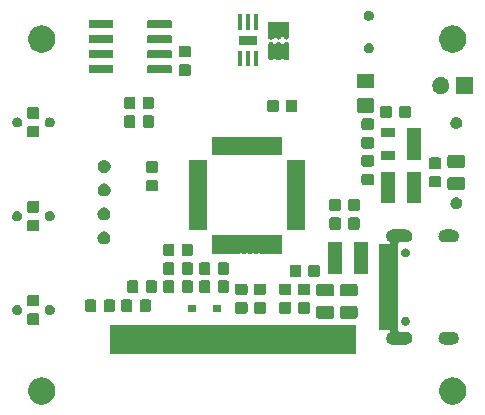
<source format=gbr>
G04 #@! TF.GenerationSoftware,KiCad,Pcbnew,(5.1.5)-2*
G04 #@! TF.CreationDate,2020-06-18T10:42:50+08:00*
G04 #@! TF.ProjectId,EVMeter_V2.0,45564d65-7465-4725-9f56-322e302e6b69,rev?*
G04 #@! TF.SameCoordinates,Original*
G04 #@! TF.FileFunction,Soldermask,Bot*
G04 #@! TF.FilePolarity,Negative*
%FSLAX46Y46*%
G04 Gerber Fmt 4.6, Leading zero omitted, Abs format (unit mm)*
G04 Created by KiCad (PCBNEW (5.1.5)-2) date 2020-06-18 10:42:50*
%MOMM*%
%LPD*%
G04 APERTURE LIST*
%ADD10C,0.100000*%
G04 APERTURE END LIST*
D10*
G36*
X147624549Y-91271116D02*
G01*
X147735734Y-91293232D01*
X147945203Y-91379997D01*
X148133720Y-91505960D01*
X148294040Y-91666280D01*
X148420003Y-91854797D01*
X148506768Y-92064266D01*
X148551000Y-92286636D01*
X148551000Y-92513364D01*
X148506768Y-92735734D01*
X148420003Y-92945203D01*
X148294040Y-93133720D01*
X148133720Y-93294040D01*
X147945203Y-93420003D01*
X147735734Y-93506768D01*
X147624549Y-93528884D01*
X147513365Y-93551000D01*
X147286635Y-93551000D01*
X147175451Y-93528884D01*
X147064266Y-93506768D01*
X146854797Y-93420003D01*
X146666280Y-93294040D01*
X146505960Y-93133720D01*
X146379997Y-92945203D01*
X146293232Y-92735734D01*
X146249000Y-92513364D01*
X146249000Y-92286636D01*
X146293232Y-92064266D01*
X146379997Y-91854797D01*
X146505960Y-91666280D01*
X146666280Y-91505960D01*
X146854797Y-91379997D01*
X147064266Y-91293232D01*
X147175451Y-91271116D01*
X147286635Y-91249000D01*
X147513365Y-91249000D01*
X147624549Y-91271116D01*
G37*
G36*
X112824549Y-91271116D02*
G01*
X112935734Y-91293232D01*
X113145203Y-91379997D01*
X113333720Y-91505960D01*
X113494040Y-91666280D01*
X113620003Y-91854797D01*
X113706768Y-92064266D01*
X113751000Y-92286636D01*
X113751000Y-92513364D01*
X113706768Y-92735734D01*
X113620003Y-92945203D01*
X113494040Y-93133720D01*
X113333720Y-93294040D01*
X113145203Y-93420003D01*
X112935734Y-93506768D01*
X112824549Y-93528884D01*
X112713365Y-93551000D01*
X112486635Y-93551000D01*
X112375451Y-93528884D01*
X112264266Y-93506768D01*
X112054797Y-93420003D01*
X111866280Y-93294040D01*
X111705960Y-93133720D01*
X111579997Y-92945203D01*
X111493232Y-92735734D01*
X111449000Y-92513364D01*
X111449000Y-92286636D01*
X111493232Y-92064266D01*
X111579997Y-91854797D01*
X111705960Y-91666280D01*
X111866280Y-91505960D01*
X112054797Y-91379997D01*
X112264266Y-91293232D01*
X112375451Y-91271116D01*
X112486635Y-91249000D01*
X112713365Y-91249000D01*
X112824549Y-91271116D01*
G37*
G36*
X139191200Y-89283600D02*
G01*
X118389200Y-89283600D01*
X118389200Y-86781600D01*
X139191200Y-86781600D01*
X139191200Y-89283600D01*
G37*
G36*
X143528015Y-78736973D02*
G01*
X143631879Y-78768479D01*
X143659055Y-78783005D01*
X143727600Y-78819643D01*
X143811501Y-78888499D01*
X143880357Y-78972400D01*
X143900727Y-79010510D01*
X143931521Y-79068121D01*
X143963027Y-79171985D01*
X143973666Y-79280000D01*
X143963027Y-79388015D01*
X143931521Y-79491879D01*
X143916995Y-79519055D01*
X143880357Y-79587600D01*
X143811501Y-79671501D01*
X143727600Y-79740357D01*
X143672014Y-79770068D01*
X143631879Y-79791521D01*
X143528015Y-79823027D01*
X143447067Y-79831000D01*
X142855999Y-79831000D01*
X142831613Y-79833402D01*
X142808164Y-79840515D01*
X142786553Y-79852066D01*
X142767611Y-79867611D01*
X142752066Y-79886553D01*
X142740515Y-79908164D01*
X142733402Y-79931613D01*
X142731000Y-79955999D01*
X142731000Y-87244001D01*
X142733402Y-87268387D01*
X142740515Y-87291836D01*
X142752066Y-87313447D01*
X142767611Y-87332389D01*
X142786553Y-87347934D01*
X142808164Y-87359485D01*
X142831613Y-87366598D01*
X142855999Y-87369000D01*
X143447067Y-87369000D01*
X143528015Y-87376973D01*
X143631879Y-87408479D01*
X143658344Y-87422625D01*
X143727600Y-87459643D01*
X143811501Y-87528499D01*
X143880357Y-87612400D01*
X143916995Y-87680945D01*
X143931521Y-87708121D01*
X143963027Y-87811985D01*
X143973666Y-87920000D01*
X143963027Y-88028015D01*
X143931521Y-88131879D01*
X143931519Y-88131882D01*
X143880357Y-88227600D01*
X143811501Y-88311501D01*
X143727600Y-88380357D01*
X143659055Y-88416995D01*
X143631879Y-88431521D01*
X143528015Y-88463027D01*
X143447067Y-88471000D01*
X142292933Y-88471000D01*
X142211985Y-88463027D01*
X142108121Y-88431521D01*
X142080945Y-88416995D01*
X142012400Y-88380357D01*
X141928499Y-88311501D01*
X141859643Y-88227600D01*
X141808481Y-88131882D01*
X141808479Y-88131879D01*
X141776973Y-88028015D01*
X141766334Y-87920000D01*
X141776973Y-87811985D01*
X141808479Y-87708121D01*
X141823005Y-87680945D01*
X141859643Y-87612400D01*
X141928499Y-87528499D01*
X142012399Y-87459645D01*
X142012398Y-87459645D01*
X142012400Y-87459644D01*
X142056193Y-87436236D01*
X142076563Y-87422625D01*
X142093890Y-87405298D01*
X142107504Y-87384924D01*
X142116881Y-87362285D01*
X142121662Y-87338252D01*
X142121662Y-87313748D01*
X142116882Y-87289714D01*
X142107505Y-87267076D01*
X142093891Y-87246701D01*
X142076564Y-87229374D01*
X142056190Y-87215760D01*
X142033551Y-87206383D01*
X142009518Y-87201602D01*
X141997265Y-87201000D01*
X141179000Y-87201000D01*
X141179000Y-79999000D01*
X141997265Y-79999000D01*
X142021651Y-79996598D01*
X142045100Y-79989485D01*
X142066711Y-79977934D01*
X142085653Y-79962389D01*
X142101198Y-79943447D01*
X142112749Y-79921836D01*
X142119862Y-79898387D01*
X142122264Y-79874001D01*
X142119862Y-79849615D01*
X142112749Y-79826166D01*
X142101198Y-79804555D01*
X142085653Y-79785613D01*
X142066711Y-79770068D01*
X142056198Y-79763767D01*
X142012400Y-79740356D01*
X141928499Y-79671501D01*
X141859643Y-79587600D01*
X141823005Y-79519055D01*
X141808479Y-79491879D01*
X141776973Y-79388015D01*
X141766334Y-79280000D01*
X141776973Y-79171985D01*
X141808479Y-79068121D01*
X141839273Y-79010510D01*
X141859643Y-78972400D01*
X141928499Y-78888499D01*
X142012400Y-78819643D01*
X142080945Y-78783005D01*
X142108121Y-78768479D01*
X142211985Y-78736973D01*
X142292933Y-78729000D01*
X143447067Y-78729000D01*
X143528015Y-78736973D01*
G37*
G36*
X147458015Y-87376973D02*
G01*
X147561879Y-87408479D01*
X147588344Y-87422625D01*
X147657600Y-87459643D01*
X147741501Y-87528499D01*
X147810357Y-87612400D01*
X147846995Y-87680945D01*
X147861521Y-87708121D01*
X147893027Y-87811985D01*
X147903666Y-87920000D01*
X147893027Y-88028015D01*
X147861521Y-88131879D01*
X147861519Y-88131882D01*
X147810357Y-88227600D01*
X147741501Y-88311501D01*
X147657600Y-88380357D01*
X147589055Y-88416995D01*
X147561879Y-88431521D01*
X147458015Y-88463027D01*
X147377067Y-88471000D01*
X146722933Y-88471000D01*
X146641985Y-88463027D01*
X146538121Y-88431521D01*
X146510945Y-88416995D01*
X146442400Y-88380357D01*
X146358499Y-88311501D01*
X146289643Y-88227600D01*
X146238481Y-88131882D01*
X146238479Y-88131879D01*
X146206973Y-88028015D01*
X146196334Y-87920000D01*
X146206973Y-87811985D01*
X146238479Y-87708121D01*
X146253005Y-87680945D01*
X146289643Y-87612400D01*
X146358499Y-87528499D01*
X146442400Y-87459643D01*
X146511656Y-87422625D01*
X146538121Y-87408479D01*
X146641985Y-87376973D01*
X146722933Y-87369000D01*
X147377067Y-87369000D01*
X147458015Y-87376973D01*
G37*
G36*
X143509672Y-86128449D02*
G01*
X143509674Y-86128450D01*
X143509675Y-86128450D01*
X143578103Y-86156793D01*
X143639686Y-86197942D01*
X143692058Y-86250314D01*
X143733207Y-86311897D01*
X143761550Y-86380325D01*
X143776000Y-86452967D01*
X143776000Y-86527033D01*
X143761550Y-86599675D01*
X143733207Y-86668103D01*
X143692058Y-86729686D01*
X143639686Y-86782058D01*
X143578103Y-86823207D01*
X143509675Y-86851550D01*
X143509674Y-86851550D01*
X143509672Y-86851551D01*
X143437034Y-86866000D01*
X143362966Y-86866000D01*
X143290328Y-86851551D01*
X143290326Y-86851550D01*
X143290325Y-86851550D01*
X143221897Y-86823207D01*
X143160314Y-86782058D01*
X143107942Y-86729686D01*
X143066793Y-86668103D01*
X143038450Y-86599675D01*
X143024000Y-86527033D01*
X143024000Y-86452967D01*
X143038450Y-86380325D01*
X143066793Y-86311897D01*
X143107942Y-86250314D01*
X143160314Y-86197942D01*
X143221897Y-86156793D01*
X143290325Y-86128450D01*
X143290326Y-86128450D01*
X143290328Y-86128449D01*
X143362966Y-86114000D01*
X143437034Y-86114000D01*
X143509672Y-86128449D01*
G37*
G36*
X112266591Y-85837585D02*
G01*
X112300569Y-85847893D01*
X112331890Y-85864634D01*
X112359339Y-85887161D01*
X112381866Y-85914610D01*
X112398607Y-85945931D01*
X112408915Y-85979909D01*
X112413000Y-86021390D01*
X112413000Y-86622610D01*
X112408915Y-86664091D01*
X112398607Y-86698069D01*
X112381866Y-86729390D01*
X112359339Y-86756839D01*
X112331890Y-86779366D01*
X112300569Y-86796107D01*
X112266591Y-86806415D01*
X112225110Y-86810500D01*
X111548890Y-86810500D01*
X111507409Y-86806415D01*
X111473431Y-86796107D01*
X111442110Y-86779366D01*
X111414661Y-86756839D01*
X111392134Y-86729390D01*
X111375393Y-86698069D01*
X111365085Y-86664091D01*
X111361000Y-86622610D01*
X111361000Y-86021390D01*
X111365085Y-85979909D01*
X111375393Y-85945931D01*
X111392134Y-85914610D01*
X111414661Y-85887161D01*
X111442110Y-85864634D01*
X111473431Y-85847893D01*
X111507409Y-85837585D01*
X111548890Y-85833500D01*
X112225110Y-85833500D01*
X112266591Y-85837585D01*
G37*
G36*
X137184468Y-85203565D02*
G01*
X137223138Y-85215296D01*
X137258777Y-85234346D01*
X137290017Y-85259983D01*
X137315654Y-85291223D01*
X137334704Y-85326862D01*
X137346435Y-85365532D01*
X137351000Y-85411888D01*
X137351000Y-86063112D01*
X137346435Y-86109468D01*
X137334704Y-86148138D01*
X137315654Y-86183777D01*
X137290017Y-86215017D01*
X137258777Y-86240654D01*
X137223138Y-86259704D01*
X137184468Y-86271435D01*
X137138112Y-86276000D01*
X136061888Y-86276000D01*
X136015532Y-86271435D01*
X135976862Y-86259704D01*
X135941223Y-86240654D01*
X135909983Y-86215017D01*
X135884346Y-86183777D01*
X135865296Y-86148138D01*
X135853565Y-86109468D01*
X135849000Y-86063112D01*
X135849000Y-85411888D01*
X135853565Y-85365532D01*
X135865296Y-85326862D01*
X135884346Y-85291223D01*
X135909983Y-85259983D01*
X135941223Y-85234346D01*
X135976862Y-85215296D01*
X136015532Y-85203565D01*
X136061888Y-85199000D01*
X137138112Y-85199000D01*
X137184468Y-85203565D01*
G37*
G36*
X139184468Y-85203565D02*
G01*
X139223138Y-85215296D01*
X139258777Y-85234346D01*
X139290017Y-85259983D01*
X139315654Y-85291223D01*
X139334704Y-85326862D01*
X139346435Y-85365532D01*
X139351000Y-85411888D01*
X139351000Y-86063112D01*
X139346435Y-86109468D01*
X139334704Y-86148138D01*
X139315654Y-86183777D01*
X139290017Y-86215017D01*
X139258777Y-86240654D01*
X139223138Y-86259704D01*
X139184468Y-86271435D01*
X139138112Y-86276000D01*
X138061888Y-86276000D01*
X138015532Y-86271435D01*
X137976862Y-86259704D01*
X137941223Y-86240654D01*
X137909983Y-86215017D01*
X137884346Y-86183777D01*
X137865296Y-86148138D01*
X137853565Y-86109468D01*
X137849000Y-86063112D01*
X137849000Y-85411888D01*
X137853565Y-85365532D01*
X137865296Y-85326862D01*
X137884346Y-85291223D01*
X137909983Y-85259983D01*
X137941223Y-85234346D01*
X137976862Y-85215296D01*
X138015532Y-85203565D01*
X138061888Y-85199000D01*
X139138112Y-85199000D01*
X139184468Y-85203565D01*
G37*
G36*
X110649260Y-85128871D02*
G01*
X110683071Y-85142876D01*
X110726784Y-85160982D01*
X110726787Y-85160984D01*
X110796559Y-85207604D01*
X110855896Y-85266941D01*
X110890455Y-85318663D01*
X110902518Y-85336716D01*
X110920624Y-85380429D01*
X110934629Y-85414240D01*
X110951000Y-85496543D01*
X110951000Y-85580457D01*
X110934629Y-85662760D01*
X110920624Y-85696571D01*
X110902518Y-85740284D01*
X110902516Y-85740287D01*
X110855896Y-85810059D01*
X110796559Y-85869396D01*
X110743215Y-85905039D01*
X110726784Y-85916018D01*
X110683071Y-85934124D01*
X110649260Y-85948129D01*
X110566957Y-85964500D01*
X110483043Y-85964500D01*
X110400740Y-85948129D01*
X110366929Y-85934124D01*
X110323216Y-85916018D01*
X110306785Y-85905039D01*
X110253441Y-85869396D01*
X110194104Y-85810059D01*
X110147484Y-85740287D01*
X110147482Y-85740284D01*
X110129376Y-85696571D01*
X110115371Y-85662760D01*
X110099000Y-85580457D01*
X110099000Y-85496543D01*
X110115371Y-85414240D01*
X110129376Y-85380429D01*
X110147482Y-85336716D01*
X110159545Y-85318663D01*
X110194104Y-85266941D01*
X110253441Y-85207604D01*
X110323213Y-85160984D01*
X110323216Y-85160982D01*
X110366929Y-85142876D01*
X110400740Y-85128871D01*
X110483043Y-85112500D01*
X110566957Y-85112500D01*
X110649260Y-85128871D01*
G37*
G36*
X113399260Y-85128871D02*
G01*
X113433071Y-85142876D01*
X113476784Y-85160982D01*
X113476787Y-85160984D01*
X113546559Y-85207604D01*
X113605896Y-85266941D01*
X113640455Y-85318663D01*
X113652518Y-85336716D01*
X113670624Y-85380429D01*
X113684629Y-85414240D01*
X113701000Y-85496543D01*
X113701000Y-85580457D01*
X113684629Y-85662760D01*
X113670624Y-85696571D01*
X113652518Y-85740284D01*
X113652516Y-85740287D01*
X113605896Y-85810059D01*
X113546559Y-85869396D01*
X113493215Y-85905039D01*
X113476784Y-85916018D01*
X113433071Y-85934124D01*
X113399260Y-85948129D01*
X113316957Y-85964500D01*
X113233043Y-85964500D01*
X113150740Y-85948129D01*
X113116929Y-85934124D01*
X113073216Y-85916018D01*
X113056785Y-85905039D01*
X113003441Y-85869396D01*
X112944104Y-85810059D01*
X112897484Y-85740287D01*
X112897482Y-85740284D01*
X112879376Y-85696571D01*
X112865371Y-85662760D01*
X112849000Y-85580457D01*
X112849000Y-85496543D01*
X112865371Y-85414240D01*
X112879376Y-85380429D01*
X112897482Y-85336716D01*
X112909545Y-85318663D01*
X112944104Y-85266941D01*
X113003441Y-85207604D01*
X113073213Y-85160984D01*
X113073216Y-85160982D01*
X113116929Y-85142876D01*
X113150740Y-85128871D01*
X113233043Y-85112500D01*
X113316957Y-85112500D01*
X113399260Y-85128871D01*
G37*
G36*
X129879591Y-84885085D02*
G01*
X129913569Y-84895393D01*
X129944890Y-84912134D01*
X129972339Y-84934661D01*
X129994866Y-84962110D01*
X130011607Y-84993431D01*
X130021915Y-85027409D01*
X130026000Y-85068890D01*
X130026000Y-85670110D01*
X130021915Y-85711591D01*
X130011607Y-85745569D01*
X129994866Y-85776890D01*
X129972339Y-85804339D01*
X129944890Y-85826866D01*
X129913569Y-85843607D01*
X129879591Y-85853915D01*
X129838110Y-85858000D01*
X129161890Y-85858000D01*
X129120409Y-85853915D01*
X129086431Y-85843607D01*
X129055110Y-85826866D01*
X129027661Y-85804339D01*
X129005134Y-85776890D01*
X128988393Y-85745569D01*
X128978085Y-85711591D01*
X128974000Y-85670110D01*
X128974000Y-85068890D01*
X128978085Y-85027409D01*
X128988393Y-84993431D01*
X129005134Y-84962110D01*
X129027661Y-84934661D01*
X129055110Y-84912134D01*
X129086431Y-84895393D01*
X129120409Y-84885085D01*
X129161890Y-84881000D01*
X129838110Y-84881000D01*
X129879591Y-84885085D01*
G37*
G36*
X131443591Y-84885085D02*
G01*
X131477569Y-84895393D01*
X131508890Y-84912134D01*
X131536339Y-84934661D01*
X131558866Y-84962110D01*
X131575607Y-84993431D01*
X131585915Y-85027409D01*
X131590000Y-85068890D01*
X131590000Y-85670110D01*
X131585915Y-85711591D01*
X131575607Y-85745569D01*
X131558866Y-85776890D01*
X131536339Y-85804339D01*
X131508890Y-85826866D01*
X131477569Y-85843607D01*
X131443591Y-85853915D01*
X131402110Y-85858000D01*
X130725890Y-85858000D01*
X130684409Y-85853915D01*
X130650431Y-85843607D01*
X130619110Y-85826866D01*
X130591661Y-85804339D01*
X130569134Y-85776890D01*
X130552393Y-85745569D01*
X130542085Y-85711591D01*
X130538000Y-85670110D01*
X130538000Y-85068890D01*
X130542085Y-85027409D01*
X130552393Y-84993431D01*
X130569134Y-84962110D01*
X130591661Y-84934661D01*
X130619110Y-84912134D01*
X130650431Y-84895393D01*
X130684409Y-84885085D01*
X130725890Y-84881000D01*
X131402110Y-84881000D01*
X131443591Y-84885085D01*
G37*
G36*
X133602591Y-84885085D02*
G01*
X133636569Y-84895393D01*
X133667890Y-84912134D01*
X133695339Y-84934661D01*
X133717866Y-84962110D01*
X133734607Y-84993431D01*
X133744915Y-85027409D01*
X133749000Y-85068890D01*
X133749000Y-85670110D01*
X133744915Y-85711591D01*
X133734607Y-85745569D01*
X133717866Y-85776890D01*
X133695339Y-85804339D01*
X133667890Y-85826866D01*
X133636569Y-85843607D01*
X133602591Y-85853915D01*
X133561110Y-85858000D01*
X132884890Y-85858000D01*
X132843409Y-85853915D01*
X132809431Y-85843607D01*
X132778110Y-85826866D01*
X132750661Y-85804339D01*
X132728134Y-85776890D01*
X132711393Y-85745569D01*
X132701085Y-85711591D01*
X132697000Y-85670110D01*
X132697000Y-85068890D01*
X132701085Y-85027409D01*
X132711393Y-84993431D01*
X132728134Y-84962110D01*
X132750661Y-84934661D01*
X132778110Y-84912134D01*
X132809431Y-84895393D01*
X132843409Y-84885085D01*
X132884890Y-84881000D01*
X133561110Y-84881000D01*
X133602591Y-84885085D01*
G37*
G36*
X135190091Y-84885085D02*
G01*
X135224069Y-84895393D01*
X135255390Y-84912134D01*
X135282839Y-84934661D01*
X135305366Y-84962110D01*
X135322107Y-84993431D01*
X135332415Y-85027409D01*
X135336500Y-85068890D01*
X135336500Y-85670110D01*
X135332415Y-85711591D01*
X135322107Y-85745569D01*
X135305366Y-85776890D01*
X135282839Y-85804339D01*
X135255390Y-85826866D01*
X135224069Y-85843607D01*
X135190091Y-85853915D01*
X135148610Y-85858000D01*
X134472390Y-85858000D01*
X134430909Y-85853915D01*
X134396931Y-85843607D01*
X134365610Y-85826866D01*
X134338161Y-85804339D01*
X134315634Y-85776890D01*
X134298893Y-85745569D01*
X134288585Y-85711591D01*
X134284500Y-85670110D01*
X134284500Y-85068890D01*
X134288585Y-85027409D01*
X134298893Y-84993431D01*
X134315634Y-84962110D01*
X134338161Y-84934661D01*
X134365610Y-84912134D01*
X134396931Y-84895393D01*
X134430909Y-84885085D01*
X134472390Y-84881000D01*
X135148610Y-84881000D01*
X135190091Y-84885085D01*
G37*
G36*
X117093091Y-84660585D02*
G01*
X117127069Y-84670893D01*
X117158390Y-84687634D01*
X117185839Y-84710161D01*
X117208366Y-84737610D01*
X117225107Y-84768931D01*
X117235415Y-84802909D01*
X117239500Y-84844390D01*
X117239500Y-85520610D01*
X117235415Y-85562091D01*
X117225107Y-85596069D01*
X117208366Y-85627390D01*
X117185839Y-85654839D01*
X117158390Y-85677366D01*
X117127069Y-85694107D01*
X117093091Y-85704415D01*
X117051610Y-85708500D01*
X116450390Y-85708500D01*
X116408909Y-85704415D01*
X116374931Y-85694107D01*
X116343610Y-85677366D01*
X116316161Y-85654839D01*
X116293634Y-85627390D01*
X116276893Y-85596069D01*
X116266585Y-85562091D01*
X116262500Y-85520610D01*
X116262500Y-84844390D01*
X116266585Y-84802909D01*
X116276893Y-84768931D01*
X116293634Y-84737610D01*
X116316161Y-84710161D01*
X116343610Y-84687634D01*
X116374931Y-84670893D01*
X116408909Y-84660585D01*
X116450390Y-84656500D01*
X117051610Y-84656500D01*
X117093091Y-84660585D01*
G37*
G36*
X120141091Y-84660585D02*
G01*
X120175069Y-84670893D01*
X120206390Y-84687634D01*
X120233839Y-84710161D01*
X120256366Y-84737610D01*
X120273107Y-84768931D01*
X120283415Y-84802909D01*
X120287500Y-84844390D01*
X120287500Y-85520610D01*
X120283415Y-85562091D01*
X120273107Y-85596069D01*
X120256366Y-85627390D01*
X120233839Y-85654839D01*
X120206390Y-85677366D01*
X120175069Y-85694107D01*
X120141091Y-85704415D01*
X120099610Y-85708500D01*
X119498390Y-85708500D01*
X119456909Y-85704415D01*
X119422931Y-85694107D01*
X119391610Y-85677366D01*
X119364161Y-85654839D01*
X119341634Y-85627390D01*
X119324893Y-85596069D01*
X119314585Y-85562091D01*
X119310500Y-85520610D01*
X119310500Y-84844390D01*
X119314585Y-84802909D01*
X119324893Y-84768931D01*
X119341634Y-84737610D01*
X119364161Y-84710161D01*
X119391610Y-84687634D01*
X119422931Y-84670893D01*
X119456909Y-84660585D01*
X119498390Y-84656500D01*
X120099610Y-84656500D01*
X120141091Y-84660585D01*
G37*
G36*
X118668091Y-84660585D02*
G01*
X118702069Y-84670893D01*
X118733390Y-84687634D01*
X118760839Y-84710161D01*
X118783366Y-84737610D01*
X118800107Y-84768931D01*
X118810415Y-84802909D01*
X118814500Y-84844390D01*
X118814500Y-85520610D01*
X118810415Y-85562091D01*
X118800107Y-85596069D01*
X118783366Y-85627390D01*
X118760839Y-85654839D01*
X118733390Y-85677366D01*
X118702069Y-85694107D01*
X118668091Y-85704415D01*
X118626610Y-85708500D01*
X118025390Y-85708500D01*
X117983909Y-85704415D01*
X117949931Y-85694107D01*
X117918610Y-85677366D01*
X117891161Y-85654839D01*
X117868634Y-85627390D01*
X117851893Y-85596069D01*
X117841585Y-85562091D01*
X117837500Y-85520610D01*
X117837500Y-84844390D01*
X117841585Y-84802909D01*
X117851893Y-84768931D01*
X117868634Y-84737610D01*
X117891161Y-84710161D01*
X117918610Y-84687634D01*
X117949931Y-84670893D01*
X117983909Y-84660585D01*
X118025390Y-84656500D01*
X118626610Y-84656500D01*
X118668091Y-84660585D01*
G37*
G36*
X121716091Y-84660585D02*
G01*
X121750069Y-84670893D01*
X121781390Y-84687634D01*
X121808839Y-84710161D01*
X121831366Y-84737610D01*
X121848107Y-84768931D01*
X121858415Y-84802909D01*
X121862500Y-84844390D01*
X121862500Y-85520610D01*
X121858415Y-85562091D01*
X121848107Y-85596069D01*
X121831366Y-85627390D01*
X121808839Y-85654839D01*
X121781390Y-85677366D01*
X121750069Y-85694107D01*
X121716091Y-85704415D01*
X121674610Y-85708500D01*
X121073390Y-85708500D01*
X121031909Y-85704415D01*
X120997931Y-85694107D01*
X120966610Y-85677366D01*
X120939161Y-85654839D01*
X120916634Y-85627390D01*
X120899893Y-85596069D01*
X120889585Y-85562091D01*
X120885500Y-85520610D01*
X120885500Y-84844390D01*
X120889585Y-84802909D01*
X120899893Y-84768931D01*
X120916634Y-84737610D01*
X120939161Y-84710161D01*
X120966610Y-84687634D01*
X120997931Y-84670893D01*
X121031909Y-84660585D01*
X121073390Y-84656500D01*
X121674610Y-84656500D01*
X121716091Y-84660585D01*
G37*
G36*
X127766000Y-85683500D02*
G01*
X127064000Y-85683500D01*
X127064000Y-85131500D01*
X127766000Y-85131500D01*
X127766000Y-85683500D01*
G37*
G36*
X125666000Y-85683500D02*
G01*
X124964000Y-85683500D01*
X124964000Y-85131500D01*
X125666000Y-85131500D01*
X125666000Y-85683500D01*
G37*
G36*
X112266591Y-84262585D02*
G01*
X112300569Y-84272893D01*
X112331890Y-84289634D01*
X112359339Y-84312161D01*
X112381866Y-84339610D01*
X112398607Y-84370931D01*
X112408915Y-84404909D01*
X112413000Y-84446390D01*
X112413000Y-85047610D01*
X112408915Y-85089091D01*
X112398607Y-85123069D01*
X112381866Y-85154390D01*
X112359339Y-85181839D01*
X112331890Y-85204366D01*
X112300569Y-85221107D01*
X112266591Y-85231415D01*
X112225110Y-85235500D01*
X111548890Y-85235500D01*
X111507409Y-85231415D01*
X111473431Y-85221107D01*
X111442110Y-85204366D01*
X111414661Y-85181839D01*
X111392134Y-85154390D01*
X111375393Y-85123069D01*
X111365085Y-85089091D01*
X111361000Y-85047610D01*
X111361000Y-84446390D01*
X111365085Y-84404909D01*
X111375393Y-84370931D01*
X111392134Y-84339610D01*
X111414661Y-84312161D01*
X111442110Y-84289634D01*
X111473431Y-84272893D01*
X111507409Y-84262585D01*
X111548890Y-84258500D01*
X112225110Y-84258500D01*
X112266591Y-84262585D01*
G37*
G36*
X137184468Y-83328565D02*
G01*
X137223138Y-83340296D01*
X137258777Y-83359346D01*
X137290017Y-83384983D01*
X137315654Y-83416223D01*
X137334704Y-83451862D01*
X137346435Y-83490532D01*
X137351000Y-83536888D01*
X137351000Y-84188112D01*
X137346435Y-84234468D01*
X137334704Y-84273138D01*
X137315654Y-84308777D01*
X137290017Y-84340017D01*
X137258777Y-84365654D01*
X137223138Y-84384704D01*
X137184468Y-84396435D01*
X137138112Y-84401000D01*
X136061888Y-84401000D01*
X136015532Y-84396435D01*
X135976862Y-84384704D01*
X135941223Y-84365654D01*
X135909983Y-84340017D01*
X135884346Y-84308777D01*
X135865296Y-84273138D01*
X135853565Y-84234468D01*
X135849000Y-84188112D01*
X135849000Y-83536888D01*
X135853565Y-83490532D01*
X135865296Y-83451862D01*
X135884346Y-83416223D01*
X135909983Y-83384983D01*
X135941223Y-83359346D01*
X135976862Y-83340296D01*
X136015532Y-83328565D01*
X136061888Y-83324000D01*
X137138112Y-83324000D01*
X137184468Y-83328565D01*
G37*
G36*
X139184468Y-83328565D02*
G01*
X139223138Y-83340296D01*
X139258777Y-83359346D01*
X139290017Y-83384983D01*
X139315654Y-83416223D01*
X139334704Y-83451862D01*
X139346435Y-83490532D01*
X139351000Y-83536888D01*
X139351000Y-84188112D01*
X139346435Y-84234468D01*
X139334704Y-84273138D01*
X139315654Y-84308777D01*
X139290017Y-84340017D01*
X139258777Y-84365654D01*
X139223138Y-84384704D01*
X139184468Y-84396435D01*
X139138112Y-84401000D01*
X138061888Y-84401000D01*
X138015532Y-84396435D01*
X137976862Y-84384704D01*
X137941223Y-84365654D01*
X137909983Y-84340017D01*
X137884346Y-84308777D01*
X137865296Y-84273138D01*
X137853565Y-84234468D01*
X137849000Y-84188112D01*
X137849000Y-83536888D01*
X137853565Y-83490532D01*
X137865296Y-83451862D01*
X137884346Y-83416223D01*
X137909983Y-83384983D01*
X137941223Y-83359346D01*
X137976862Y-83340296D01*
X138015532Y-83328565D01*
X138061888Y-83324000D01*
X139138112Y-83324000D01*
X139184468Y-83328565D01*
G37*
G36*
X129879591Y-83310085D02*
G01*
X129913569Y-83320393D01*
X129944890Y-83337134D01*
X129972339Y-83359661D01*
X129994866Y-83387110D01*
X130011607Y-83418431D01*
X130021915Y-83452409D01*
X130026000Y-83493890D01*
X130026000Y-84095110D01*
X130021915Y-84136591D01*
X130011607Y-84170569D01*
X129994866Y-84201890D01*
X129972339Y-84229339D01*
X129944890Y-84251866D01*
X129913569Y-84268607D01*
X129879591Y-84278915D01*
X129838110Y-84283000D01*
X129161890Y-84283000D01*
X129120409Y-84278915D01*
X129086431Y-84268607D01*
X129055110Y-84251866D01*
X129027661Y-84229339D01*
X129005134Y-84201890D01*
X128988393Y-84170569D01*
X128978085Y-84136591D01*
X128974000Y-84095110D01*
X128974000Y-83493890D01*
X128978085Y-83452409D01*
X128988393Y-83418431D01*
X129005134Y-83387110D01*
X129027661Y-83359661D01*
X129055110Y-83337134D01*
X129086431Y-83320393D01*
X129120409Y-83310085D01*
X129161890Y-83306000D01*
X129838110Y-83306000D01*
X129879591Y-83310085D01*
G37*
G36*
X135190091Y-83310085D02*
G01*
X135224069Y-83320393D01*
X135255390Y-83337134D01*
X135282839Y-83359661D01*
X135305366Y-83387110D01*
X135322107Y-83418431D01*
X135332415Y-83452409D01*
X135336500Y-83493890D01*
X135336500Y-84095110D01*
X135332415Y-84136591D01*
X135322107Y-84170569D01*
X135305366Y-84201890D01*
X135282839Y-84229339D01*
X135255390Y-84251866D01*
X135224069Y-84268607D01*
X135190091Y-84278915D01*
X135148610Y-84283000D01*
X134472390Y-84283000D01*
X134430909Y-84278915D01*
X134396931Y-84268607D01*
X134365610Y-84251866D01*
X134338161Y-84229339D01*
X134315634Y-84201890D01*
X134298893Y-84170569D01*
X134288585Y-84136591D01*
X134284500Y-84095110D01*
X134284500Y-83493890D01*
X134288585Y-83452409D01*
X134298893Y-83418431D01*
X134315634Y-83387110D01*
X134338161Y-83359661D01*
X134365610Y-83337134D01*
X134396931Y-83320393D01*
X134430909Y-83310085D01*
X134472390Y-83306000D01*
X135148610Y-83306000D01*
X135190091Y-83310085D01*
G37*
G36*
X131443591Y-83310085D02*
G01*
X131477569Y-83320393D01*
X131508890Y-83337134D01*
X131536339Y-83359661D01*
X131558866Y-83387110D01*
X131575607Y-83418431D01*
X131585915Y-83452409D01*
X131590000Y-83493890D01*
X131590000Y-84095110D01*
X131585915Y-84136591D01*
X131575607Y-84170569D01*
X131558866Y-84201890D01*
X131536339Y-84229339D01*
X131508890Y-84251866D01*
X131477569Y-84268607D01*
X131443591Y-84278915D01*
X131402110Y-84283000D01*
X130725890Y-84283000D01*
X130684409Y-84278915D01*
X130650431Y-84268607D01*
X130619110Y-84251866D01*
X130591661Y-84229339D01*
X130569134Y-84201890D01*
X130552393Y-84170569D01*
X130542085Y-84136591D01*
X130538000Y-84095110D01*
X130538000Y-83493890D01*
X130542085Y-83452409D01*
X130552393Y-83418431D01*
X130569134Y-83387110D01*
X130591661Y-83359661D01*
X130619110Y-83337134D01*
X130650431Y-83320393D01*
X130684409Y-83310085D01*
X130725890Y-83306000D01*
X131402110Y-83306000D01*
X131443591Y-83310085D01*
G37*
G36*
X133602591Y-83310085D02*
G01*
X133636569Y-83320393D01*
X133667890Y-83337134D01*
X133695339Y-83359661D01*
X133717866Y-83387110D01*
X133734607Y-83418431D01*
X133744915Y-83452409D01*
X133749000Y-83493890D01*
X133749000Y-84095110D01*
X133744915Y-84136591D01*
X133734607Y-84170569D01*
X133717866Y-84201890D01*
X133695339Y-84229339D01*
X133667890Y-84251866D01*
X133636569Y-84268607D01*
X133602591Y-84278915D01*
X133561110Y-84283000D01*
X132884890Y-84283000D01*
X132843409Y-84278915D01*
X132809431Y-84268607D01*
X132778110Y-84251866D01*
X132750661Y-84229339D01*
X132728134Y-84201890D01*
X132711393Y-84170569D01*
X132701085Y-84136591D01*
X132697000Y-84095110D01*
X132697000Y-83493890D01*
X132701085Y-83452409D01*
X132711393Y-83418431D01*
X132728134Y-83387110D01*
X132750661Y-83359661D01*
X132778110Y-83337134D01*
X132809431Y-83320393D01*
X132843409Y-83310085D01*
X132884890Y-83306000D01*
X133561110Y-83306000D01*
X133602591Y-83310085D01*
G37*
G36*
X120649091Y-83044085D02*
G01*
X120683069Y-83054393D01*
X120714390Y-83071134D01*
X120741839Y-83093661D01*
X120764366Y-83121110D01*
X120781107Y-83152431D01*
X120791415Y-83186409D01*
X120795500Y-83227890D01*
X120795500Y-83904110D01*
X120791415Y-83945591D01*
X120781107Y-83979569D01*
X120764366Y-84010890D01*
X120741839Y-84038339D01*
X120714390Y-84060866D01*
X120683069Y-84077607D01*
X120649091Y-84087915D01*
X120607610Y-84092000D01*
X120006390Y-84092000D01*
X119964909Y-84087915D01*
X119930931Y-84077607D01*
X119899610Y-84060866D01*
X119872161Y-84038339D01*
X119849634Y-84010890D01*
X119832893Y-83979569D01*
X119822585Y-83945591D01*
X119818500Y-83904110D01*
X119818500Y-83227890D01*
X119822585Y-83186409D01*
X119832893Y-83152431D01*
X119849634Y-83121110D01*
X119872161Y-83093661D01*
X119899610Y-83071134D01*
X119930931Y-83054393D01*
X119964909Y-83044085D01*
X120006390Y-83040000D01*
X120607610Y-83040000D01*
X120649091Y-83044085D01*
G37*
G36*
X128320091Y-83044085D02*
G01*
X128354069Y-83054393D01*
X128385390Y-83071134D01*
X128412839Y-83093661D01*
X128435366Y-83121110D01*
X128452107Y-83152431D01*
X128462415Y-83186409D01*
X128466500Y-83227890D01*
X128466500Y-83904110D01*
X128462415Y-83945591D01*
X128452107Y-83979569D01*
X128435366Y-84010890D01*
X128412839Y-84038339D01*
X128385390Y-84060866D01*
X128354069Y-84077607D01*
X128320091Y-84087915D01*
X128278610Y-84092000D01*
X127677390Y-84092000D01*
X127635909Y-84087915D01*
X127601931Y-84077607D01*
X127570610Y-84060866D01*
X127543161Y-84038339D01*
X127520634Y-84010890D01*
X127503893Y-83979569D01*
X127493585Y-83945591D01*
X127489500Y-83904110D01*
X127489500Y-83227890D01*
X127493585Y-83186409D01*
X127503893Y-83152431D01*
X127520634Y-83121110D01*
X127543161Y-83093661D01*
X127570610Y-83071134D01*
X127601931Y-83054393D01*
X127635909Y-83044085D01*
X127677390Y-83040000D01*
X128278610Y-83040000D01*
X128320091Y-83044085D01*
G37*
G36*
X126745091Y-83044085D02*
G01*
X126779069Y-83054393D01*
X126810390Y-83071134D01*
X126837839Y-83093661D01*
X126860366Y-83121110D01*
X126877107Y-83152431D01*
X126887415Y-83186409D01*
X126891500Y-83227890D01*
X126891500Y-83904110D01*
X126887415Y-83945591D01*
X126877107Y-83979569D01*
X126860366Y-84010890D01*
X126837839Y-84038339D01*
X126810390Y-84060866D01*
X126779069Y-84077607D01*
X126745091Y-84087915D01*
X126703610Y-84092000D01*
X126102390Y-84092000D01*
X126060909Y-84087915D01*
X126026931Y-84077607D01*
X125995610Y-84060866D01*
X125968161Y-84038339D01*
X125945634Y-84010890D01*
X125928893Y-83979569D01*
X125918585Y-83945591D01*
X125914500Y-83904110D01*
X125914500Y-83227890D01*
X125918585Y-83186409D01*
X125928893Y-83152431D01*
X125945634Y-83121110D01*
X125968161Y-83093661D01*
X125995610Y-83071134D01*
X126026931Y-83054393D01*
X126060909Y-83044085D01*
X126102390Y-83040000D01*
X126703610Y-83040000D01*
X126745091Y-83044085D01*
G37*
G36*
X125272091Y-83044085D02*
G01*
X125306069Y-83054393D01*
X125337390Y-83071134D01*
X125364839Y-83093661D01*
X125387366Y-83121110D01*
X125404107Y-83152431D01*
X125414415Y-83186409D01*
X125418500Y-83227890D01*
X125418500Y-83904110D01*
X125414415Y-83945591D01*
X125404107Y-83979569D01*
X125387366Y-84010890D01*
X125364839Y-84038339D01*
X125337390Y-84060866D01*
X125306069Y-84077607D01*
X125272091Y-84087915D01*
X125230610Y-84092000D01*
X124629390Y-84092000D01*
X124587909Y-84087915D01*
X124553931Y-84077607D01*
X124522610Y-84060866D01*
X124495161Y-84038339D01*
X124472634Y-84010890D01*
X124455893Y-83979569D01*
X124445585Y-83945591D01*
X124441500Y-83904110D01*
X124441500Y-83227890D01*
X124445585Y-83186409D01*
X124455893Y-83152431D01*
X124472634Y-83121110D01*
X124495161Y-83093661D01*
X124522610Y-83071134D01*
X124553931Y-83054393D01*
X124587909Y-83044085D01*
X124629390Y-83040000D01*
X125230610Y-83040000D01*
X125272091Y-83044085D01*
G37*
G36*
X123697091Y-83044085D02*
G01*
X123731069Y-83054393D01*
X123762390Y-83071134D01*
X123789839Y-83093661D01*
X123812366Y-83121110D01*
X123829107Y-83152431D01*
X123839415Y-83186409D01*
X123843500Y-83227890D01*
X123843500Y-83904110D01*
X123839415Y-83945591D01*
X123829107Y-83979569D01*
X123812366Y-84010890D01*
X123789839Y-84038339D01*
X123762390Y-84060866D01*
X123731069Y-84077607D01*
X123697091Y-84087915D01*
X123655610Y-84092000D01*
X123054390Y-84092000D01*
X123012909Y-84087915D01*
X122978931Y-84077607D01*
X122947610Y-84060866D01*
X122920161Y-84038339D01*
X122897634Y-84010890D01*
X122880893Y-83979569D01*
X122870585Y-83945591D01*
X122866500Y-83904110D01*
X122866500Y-83227890D01*
X122870585Y-83186409D01*
X122880893Y-83152431D01*
X122897634Y-83121110D01*
X122920161Y-83093661D01*
X122947610Y-83071134D01*
X122978931Y-83054393D01*
X123012909Y-83044085D01*
X123054390Y-83040000D01*
X123655610Y-83040000D01*
X123697091Y-83044085D01*
G37*
G36*
X122224091Y-83044085D02*
G01*
X122258069Y-83054393D01*
X122289390Y-83071134D01*
X122316839Y-83093661D01*
X122339366Y-83121110D01*
X122356107Y-83152431D01*
X122366415Y-83186409D01*
X122370500Y-83227890D01*
X122370500Y-83904110D01*
X122366415Y-83945591D01*
X122356107Y-83979569D01*
X122339366Y-84010890D01*
X122316839Y-84038339D01*
X122289390Y-84060866D01*
X122258069Y-84077607D01*
X122224091Y-84087915D01*
X122182610Y-84092000D01*
X121581390Y-84092000D01*
X121539909Y-84087915D01*
X121505931Y-84077607D01*
X121474610Y-84060866D01*
X121447161Y-84038339D01*
X121424634Y-84010890D01*
X121407893Y-83979569D01*
X121397585Y-83945591D01*
X121393500Y-83904110D01*
X121393500Y-83227890D01*
X121397585Y-83186409D01*
X121407893Y-83152431D01*
X121424634Y-83121110D01*
X121447161Y-83093661D01*
X121474610Y-83071134D01*
X121505931Y-83054393D01*
X121539909Y-83044085D01*
X121581390Y-83040000D01*
X122182610Y-83040000D01*
X122224091Y-83044085D01*
G37*
G36*
X134428591Y-81710585D02*
G01*
X134462569Y-81720893D01*
X134493890Y-81737634D01*
X134521339Y-81760161D01*
X134543866Y-81787610D01*
X134560607Y-81818931D01*
X134570915Y-81852909D01*
X134575000Y-81894390D01*
X134575000Y-82570610D01*
X134570915Y-82612091D01*
X134560607Y-82646069D01*
X134543866Y-82677390D01*
X134521339Y-82704839D01*
X134493890Y-82727366D01*
X134462569Y-82744107D01*
X134428591Y-82754415D01*
X134387110Y-82758500D01*
X133785890Y-82758500D01*
X133744409Y-82754415D01*
X133710431Y-82744107D01*
X133679110Y-82727366D01*
X133651661Y-82704839D01*
X133629134Y-82677390D01*
X133612393Y-82646069D01*
X133602085Y-82612091D01*
X133598000Y-82570610D01*
X133598000Y-81894390D01*
X133602085Y-81852909D01*
X133612393Y-81818931D01*
X133629134Y-81787610D01*
X133651661Y-81760161D01*
X133679110Y-81737634D01*
X133710431Y-81720893D01*
X133744409Y-81710585D01*
X133785890Y-81706500D01*
X134387110Y-81706500D01*
X134428591Y-81710585D01*
G37*
G36*
X136003591Y-81710585D02*
G01*
X136037569Y-81720893D01*
X136068890Y-81737634D01*
X136096339Y-81760161D01*
X136118866Y-81787610D01*
X136135607Y-81818931D01*
X136145915Y-81852909D01*
X136150000Y-81894390D01*
X136150000Y-82570610D01*
X136145915Y-82612091D01*
X136135607Y-82646069D01*
X136118866Y-82677390D01*
X136096339Y-82704839D01*
X136068890Y-82727366D01*
X136037569Y-82744107D01*
X136003591Y-82754415D01*
X135962110Y-82758500D01*
X135360890Y-82758500D01*
X135319409Y-82754415D01*
X135285431Y-82744107D01*
X135254110Y-82727366D01*
X135226661Y-82704839D01*
X135204134Y-82677390D01*
X135187393Y-82646069D01*
X135177085Y-82612091D01*
X135173000Y-82570610D01*
X135173000Y-81894390D01*
X135177085Y-81852909D01*
X135187393Y-81818931D01*
X135204134Y-81787610D01*
X135226661Y-81760161D01*
X135254110Y-81737634D01*
X135285431Y-81720893D01*
X135319409Y-81710585D01*
X135360890Y-81706500D01*
X135962110Y-81706500D01*
X136003591Y-81710585D01*
G37*
G36*
X125272091Y-81520085D02*
G01*
X125306069Y-81530393D01*
X125337390Y-81547134D01*
X125364839Y-81569661D01*
X125387366Y-81597110D01*
X125404107Y-81628431D01*
X125414415Y-81662409D01*
X125418500Y-81703890D01*
X125418500Y-82380110D01*
X125414415Y-82421591D01*
X125404107Y-82455569D01*
X125387366Y-82486890D01*
X125364839Y-82514339D01*
X125337390Y-82536866D01*
X125306069Y-82553607D01*
X125272091Y-82563915D01*
X125230610Y-82568000D01*
X124629390Y-82568000D01*
X124587909Y-82563915D01*
X124553931Y-82553607D01*
X124522610Y-82536866D01*
X124495161Y-82514339D01*
X124472634Y-82486890D01*
X124455893Y-82455569D01*
X124445585Y-82421591D01*
X124441500Y-82380110D01*
X124441500Y-81703890D01*
X124445585Y-81662409D01*
X124455893Y-81628431D01*
X124472634Y-81597110D01*
X124495161Y-81569661D01*
X124522610Y-81547134D01*
X124553931Y-81530393D01*
X124587909Y-81520085D01*
X124629390Y-81516000D01*
X125230610Y-81516000D01*
X125272091Y-81520085D01*
G37*
G36*
X123697091Y-81520085D02*
G01*
X123731069Y-81530393D01*
X123762390Y-81547134D01*
X123789839Y-81569661D01*
X123812366Y-81597110D01*
X123829107Y-81628431D01*
X123839415Y-81662409D01*
X123843500Y-81703890D01*
X123843500Y-82380110D01*
X123839415Y-82421591D01*
X123829107Y-82455569D01*
X123812366Y-82486890D01*
X123789839Y-82514339D01*
X123762390Y-82536866D01*
X123731069Y-82553607D01*
X123697091Y-82563915D01*
X123655610Y-82568000D01*
X123054390Y-82568000D01*
X123012909Y-82563915D01*
X122978931Y-82553607D01*
X122947610Y-82536866D01*
X122920161Y-82514339D01*
X122897634Y-82486890D01*
X122880893Y-82455569D01*
X122870585Y-82421591D01*
X122866500Y-82380110D01*
X122866500Y-81703890D01*
X122870585Y-81662409D01*
X122880893Y-81628431D01*
X122897634Y-81597110D01*
X122920161Y-81569661D01*
X122947610Y-81547134D01*
X122978931Y-81530393D01*
X123012909Y-81520085D01*
X123054390Y-81516000D01*
X123655610Y-81516000D01*
X123697091Y-81520085D01*
G37*
G36*
X128320091Y-81520085D02*
G01*
X128354069Y-81530393D01*
X128385390Y-81547134D01*
X128412839Y-81569661D01*
X128435366Y-81597110D01*
X128452107Y-81628431D01*
X128462415Y-81662409D01*
X128466500Y-81703890D01*
X128466500Y-82380110D01*
X128462415Y-82421591D01*
X128452107Y-82455569D01*
X128435366Y-82486890D01*
X128412839Y-82514339D01*
X128385390Y-82536866D01*
X128354069Y-82553607D01*
X128320091Y-82563915D01*
X128278610Y-82568000D01*
X127677390Y-82568000D01*
X127635909Y-82563915D01*
X127601931Y-82553607D01*
X127570610Y-82536866D01*
X127543161Y-82514339D01*
X127520634Y-82486890D01*
X127503893Y-82455569D01*
X127493585Y-82421591D01*
X127489500Y-82380110D01*
X127489500Y-81703890D01*
X127493585Y-81662409D01*
X127503893Y-81628431D01*
X127520634Y-81597110D01*
X127543161Y-81569661D01*
X127570610Y-81547134D01*
X127601931Y-81530393D01*
X127635909Y-81520085D01*
X127677390Y-81516000D01*
X128278610Y-81516000D01*
X128320091Y-81520085D01*
G37*
G36*
X126745091Y-81520085D02*
G01*
X126779069Y-81530393D01*
X126810390Y-81547134D01*
X126837839Y-81569661D01*
X126860366Y-81597110D01*
X126877107Y-81628431D01*
X126887415Y-81662409D01*
X126891500Y-81703890D01*
X126891500Y-82380110D01*
X126887415Y-82421591D01*
X126877107Y-82455569D01*
X126860366Y-82486890D01*
X126837839Y-82514339D01*
X126810390Y-82536866D01*
X126779069Y-82553607D01*
X126745091Y-82563915D01*
X126703610Y-82568000D01*
X126102390Y-82568000D01*
X126060909Y-82563915D01*
X126026931Y-82553607D01*
X125995610Y-82536866D01*
X125968161Y-82514339D01*
X125945634Y-82486890D01*
X125928893Y-82455569D01*
X125918585Y-82421591D01*
X125914500Y-82380110D01*
X125914500Y-81703890D01*
X125918585Y-81662409D01*
X125928893Y-81628431D01*
X125945634Y-81597110D01*
X125968161Y-81569661D01*
X125995610Y-81547134D01*
X126026931Y-81530393D01*
X126060909Y-81520085D01*
X126102390Y-81516000D01*
X126703610Y-81516000D01*
X126745091Y-81520085D01*
G37*
G36*
X140238000Y-82479000D02*
G01*
X139076000Y-82479000D01*
X139076000Y-79827000D01*
X140238000Y-79827000D01*
X140238000Y-82479000D01*
G37*
G36*
X138038000Y-82479000D02*
G01*
X136876000Y-82479000D01*
X136876000Y-79827000D01*
X138038000Y-79827000D01*
X138038000Y-82479000D01*
G37*
G36*
X143509672Y-80348449D02*
G01*
X143509674Y-80348450D01*
X143509675Y-80348450D01*
X143578103Y-80376793D01*
X143639686Y-80417942D01*
X143692058Y-80470314D01*
X143733207Y-80531897D01*
X143752717Y-80579000D01*
X143761551Y-80600328D01*
X143776000Y-80672966D01*
X143776000Y-80747034D01*
X143771432Y-80770000D01*
X143761550Y-80819675D01*
X143733207Y-80888103D01*
X143692058Y-80949686D01*
X143639686Y-81002058D01*
X143578103Y-81043207D01*
X143509675Y-81071550D01*
X143509674Y-81071550D01*
X143509672Y-81071551D01*
X143437034Y-81086000D01*
X143362966Y-81086000D01*
X143290328Y-81071551D01*
X143290326Y-81071550D01*
X143290325Y-81071550D01*
X143221897Y-81043207D01*
X143160314Y-81002058D01*
X143107942Y-80949686D01*
X143066793Y-80888103D01*
X143038450Y-80819675D01*
X143028569Y-80770000D01*
X143024000Y-80747034D01*
X143024000Y-80672966D01*
X143038449Y-80600328D01*
X143047283Y-80579000D01*
X143066793Y-80531897D01*
X143107942Y-80470314D01*
X143160314Y-80417942D01*
X143221897Y-80376793D01*
X143290325Y-80348450D01*
X143290326Y-80348450D01*
X143290328Y-80348449D01*
X143362966Y-80334000D01*
X143437034Y-80334000D01*
X143509672Y-80348449D01*
G37*
G36*
X125272091Y-79932585D02*
G01*
X125306069Y-79942893D01*
X125337390Y-79959634D01*
X125364839Y-79982161D01*
X125387366Y-80009610D01*
X125404107Y-80040931D01*
X125414415Y-80074909D01*
X125418500Y-80116390D01*
X125418500Y-80792610D01*
X125414415Y-80834091D01*
X125404107Y-80868069D01*
X125387366Y-80899390D01*
X125364839Y-80926839D01*
X125337390Y-80949366D01*
X125306069Y-80966107D01*
X125272091Y-80976415D01*
X125230610Y-80980500D01*
X124629390Y-80980500D01*
X124587909Y-80976415D01*
X124553931Y-80966107D01*
X124522610Y-80949366D01*
X124495161Y-80926839D01*
X124472634Y-80899390D01*
X124455893Y-80868069D01*
X124445585Y-80834091D01*
X124441500Y-80792610D01*
X124441500Y-80116390D01*
X124445585Y-80074909D01*
X124455893Y-80040931D01*
X124472634Y-80009610D01*
X124495161Y-79982161D01*
X124522610Y-79959634D01*
X124553931Y-79942893D01*
X124587909Y-79932585D01*
X124629390Y-79928500D01*
X125230610Y-79928500D01*
X125272091Y-79932585D01*
G37*
G36*
X123697091Y-79932585D02*
G01*
X123731069Y-79942893D01*
X123762390Y-79959634D01*
X123789839Y-79982161D01*
X123812366Y-80009610D01*
X123829107Y-80040931D01*
X123839415Y-80074909D01*
X123843500Y-80116390D01*
X123843500Y-80792610D01*
X123839415Y-80834091D01*
X123829107Y-80868069D01*
X123812366Y-80899390D01*
X123789839Y-80926839D01*
X123762390Y-80949366D01*
X123731069Y-80966107D01*
X123697091Y-80976415D01*
X123655610Y-80980500D01*
X123054390Y-80980500D01*
X123012909Y-80976415D01*
X122978931Y-80966107D01*
X122947610Y-80949366D01*
X122920161Y-80926839D01*
X122897634Y-80899390D01*
X122880893Y-80868069D01*
X122870585Y-80834091D01*
X122866500Y-80792610D01*
X122866500Y-80116390D01*
X122870585Y-80074909D01*
X122880893Y-80040931D01*
X122897634Y-80009610D01*
X122920161Y-79982161D01*
X122947610Y-79959634D01*
X122978931Y-79942893D01*
X123012909Y-79932585D01*
X123054390Y-79928500D01*
X123655610Y-79928500D01*
X123697091Y-79932585D01*
G37*
G36*
X127404795Y-79194323D02*
G01*
X127411809Y-79196451D01*
X127425577Y-79203810D01*
X127448216Y-79213187D01*
X127472249Y-79217967D01*
X127496753Y-79217967D01*
X127520786Y-79213186D01*
X127543423Y-79203810D01*
X127557191Y-79196451D01*
X127564205Y-79194323D01*
X127577640Y-79193000D01*
X127891360Y-79193000D01*
X127904795Y-79194323D01*
X127911809Y-79196451D01*
X127925577Y-79203810D01*
X127948216Y-79213187D01*
X127972249Y-79217967D01*
X127996753Y-79217967D01*
X128020786Y-79213186D01*
X128043423Y-79203810D01*
X128057191Y-79196451D01*
X128064205Y-79194323D01*
X128077640Y-79193000D01*
X128391360Y-79193000D01*
X128404795Y-79194323D01*
X128411809Y-79196451D01*
X128425577Y-79203810D01*
X128448216Y-79213187D01*
X128472249Y-79217967D01*
X128496753Y-79217967D01*
X128520786Y-79213186D01*
X128543423Y-79203810D01*
X128557191Y-79196451D01*
X128564205Y-79194323D01*
X128577640Y-79193000D01*
X128891360Y-79193000D01*
X128904795Y-79194323D01*
X128911809Y-79196451D01*
X128925577Y-79203810D01*
X128948216Y-79213187D01*
X128972249Y-79217967D01*
X128996753Y-79217967D01*
X129020786Y-79213186D01*
X129043423Y-79203810D01*
X129057191Y-79196451D01*
X129064205Y-79194323D01*
X129077640Y-79193000D01*
X129391360Y-79193000D01*
X129404795Y-79194323D01*
X129411809Y-79196451D01*
X129425577Y-79203810D01*
X129448216Y-79213187D01*
X129472249Y-79217967D01*
X129496753Y-79217967D01*
X129520786Y-79213186D01*
X129543423Y-79203810D01*
X129557191Y-79196451D01*
X129564205Y-79194323D01*
X129577640Y-79193000D01*
X129891360Y-79193000D01*
X129904795Y-79194323D01*
X129911809Y-79196451D01*
X129925577Y-79203810D01*
X129948216Y-79213187D01*
X129972249Y-79217967D01*
X129996753Y-79217967D01*
X130020786Y-79213186D01*
X130043423Y-79203810D01*
X130057191Y-79196451D01*
X130064205Y-79194323D01*
X130077640Y-79193000D01*
X130391360Y-79193000D01*
X130404795Y-79194323D01*
X130411809Y-79196451D01*
X130425577Y-79203810D01*
X130448216Y-79213187D01*
X130472249Y-79217967D01*
X130496753Y-79217967D01*
X130520786Y-79213186D01*
X130543423Y-79203810D01*
X130557191Y-79196451D01*
X130564205Y-79194323D01*
X130577640Y-79193000D01*
X130891360Y-79193000D01*
X130904795Y-79194323D01*
X130911809Y-79196451D01*
X130925577Y-79203810D01*
X130948216Y-79213187D01*
X130972249Y-79217967D01*
X130996753Y-79217967D01*
X131020786Y-79213186D01*
X131043423Y-79203810D01*
X131057191Y-79196451D01*
X131064205Y-79194323D01*
X131077640Y-79193000D01*
X131391360Y-79193000D01*
X131404795Y-79194323D01*
X131411809Y-79196451D01*
X131425577Y-79203810D01*
X131448216Y-79213187D01*
X131472249Y-79217967D01*
X131496753Y-79217967D01*
X131520786Y-79213186D01*
X131543423Y-79203810D01*
X131557191Y-79196451D01*
X131564205Y-79194323D01*
X131577640Y-79193000D01*
X131891360Y-79193000D01*
X131904795Y-79194323D01*
X131911809Y-79196451D01*
X131925577Y-79203810D01*
X131948216Y-79213187D01*
X131972249Y-79217967D01*
X131996753Y-79217967D01*
X132020786Y-79213186D01*
X132043423Y-79203810D01*
X132057191Y-79196451D01*
X132064205Y-79194323D01*
X132077640Y-79193000D01*
X132391360Y-79193000D01*
X132404795Y-79194323D01*
X132411809Y-79196451D01*
X132425577Y-79203810D01*
X132448216Y-79213187D01*
X132472249Y-79217967D01*
X132496753Y-79217967D01*
X132520786Y-79213186D01*
X132543423Y-79203810D01*
X132557191Y-79196451D01*
X132564205Y-79194323D01*
X132577640Y-79193000D01*
X132891360Y-79193000D01*
X132904795Y-79194323D01*
X132911810Y-79196451D01*
X132918276Y-79199908D01*
X132923942Y-79204558D01*
X132928592Y-79210224D01*
X132932049Y-79216690D01*
X132934177Y-79223705D01*
X132935500Y-79237140D01*
X132935500Y-80725860D01*
X132934177Y-80739295D01*
X132932049Y-80746310D01*
X132928592Y-80752776D01*
X132923942Y-80758442D01*
X132918276Y-80763092D01*
X132911810Y-80766549D01*
X132904795Y-80768677D01*
X132891360Y-80770000D01*
X132577640Y-80770000D01*
X132564205Y-80768677D01*
X132557191Y-80766549D01*
X132543423Y-80759190D01*
X132520784Y-80749813D01*
X132496751Y-80745033D01*
X132472247Y-80745033D01*
X132448214Y-80749814D01*
X132425577Y-80759190D01*
X132411809Y-80766549D01*
X132404795Y-80768677D01*
X132391360Y-80770000D01*
X132077640Y-80770000D01*
X132064205Y-80768677D01*
X132057191Y-80766549D01*
X132043423Y-80759190D01*
X132020784Y-80749813D01*
X131996751Y-80745033D01*
X131972247Y-80745033D01*
X131948214Y-80749814D01*
X131925577Y-80759190D01*
X131911809Y-80766549D01*
X131904795Y-80768677D01*
X131891360Y-80770000D01*
X131577640Y-80770000D01*
X131564205Y-80768677D01*
X131557191Y-80766549D01*
X131543423Y-80759190D01*
X131520784Y-80749813D01*
X131496751Y-80745033D01*
X131472247Y-80745033D01*
X131448214Y-80749814D01*
X131425577Y-80759190D01*
X131411809Y-80766549D01*
X131404795Y-80768677D01*
X131391360Y-80770000D01*
X131077640Y-80770000D01*
X131064205Y-80768677D01*
X131057191Y-80766549D01*
X131043423Y-80759190D01*
X131020784Y-80749813D01*
X130996751Y-80745033D01*
X130972247Y-80745033D01*
X130948214Y-80749814D01*
X130925577Y-80759190D01*
X130911809Y-80766549D01*
X130904795Y-80768677D01*
X130891360Y-80770000D01*
X130577640Y-80770000D01*
X130564205Y-80768677D01*
X130557191Y-80766549D01*
X130543423Y-80759190D01*
X130520784Y-80749813D01*
X130496751Y-80745033D01*
X130472247Y-80745033D01*
X130448214Y-80749814D01*
X130425577Y-80759190D01*
X130411809Y-80766549D01*
X130404795Y-80768677D01*
X130391360Y-80770000D01*
X130077640Y-80770000D01*
X130064205Y-80768677D01*
X130057191Y-80766549D01*
X130043423Y-80759190D01*
X130020784Y-80749813D01*
X129996751Y-80745033D01*
X129972247Y-80745033D01*
X129948214Y-80749814D01*
X129925577Y-80759190D01*
X129911809Y-80766549D01*
X129904795Y-80768677D01*
X129891360Y-80770000D01*
X129577640Y-80770000D01*
X129564205Y-80768677D01*
X129557191Y-80766549D01*
X129543423Y-80759190D01*
X129520784Y-80749813D01*
X129496751Y-80745033D01*
X129472247Y-80745033D01*
X129448214Y-80749814D01*
X129425577Y-80759190D01*
X129411809Y-80766549D01*
X129404795Y-80768677D01*
X129391360Y-80770000D01*
X129077640Y-80770000D01*
X129064205Y-80768677D01*
X129057191Y-80766549D01*
X129043423Y-80759190D01*
X129020784Y-80749813D01*
X128996751Y-80745033D01*
X128972247Y-80745033D01*
X128948214Y-80749814D01*
X128925577Y-80759190D01*
X128911809Y-80766549D01*
X128904795Y-80768677D01*
X128891360Y-80770000D01*
X128577640Y-80770000D01*
X128564205Y-80768677D01*
X128557191Y-80766549D01*
X128543423Y-80759190D01*
X128520784Y-80749813D01*
X128496751Y-80745033D01*
X128472247Y-80745033D01*
X128448214Y-80749814D01*
X128425577Y-80759190D01*
X128411809Y-80766549D01*
X128404795Y-80768677D01*
X128391360Y-80770000D01*
X128077640Y-80770000D01*
X128064205Y-80768677D01*
X128057191Y-80766549D01*
X128043423Y-80759190D01*
X128020784Y-80749813D01*
X127996751Y-80745033D01*
X127972247Y-80745033D01*
X127948214Y-80749814D01*
X127925577Y-80759190D01*
X127911809Y-80766549D01*
X127904795Y-80768677D01*
X127891360Y-80770000D01*
X127577640Y-80770000D01*
X127564205Y-80768677D01*
X127557191Y-80766549D01*
X127543423Y-80759190D01*
X127520784Y-80749813D01*
X127496751Y-80745033D01*
X127472247Y-80745033D01*
X127448214Y-80749814D01*
X127425577Y-80759190D01*
X127411809Y-80766549D01*
X127404795Y-80768677D01*
X127391360Y-80770000D01*
X127077640Y-80770000D01*
X127064205Y-80768677D01*
X127057190Y-80766549D01*
X127050724Y-80763092D01*
X127045058Y-80758442D01*
X127040408Y-80752776D01*
X127036951Y-80746310D01*
X127034823Y-80739295D01*
X127033500Y-80725860D01*
X127033500Y-79237140D01*
X127034823Y-79223705D01*
X127036951Y-79216690D01*
X127040408Y-79210224D01*
X127045058Y-79204558D01*
X127050724Y-79199908D01*
X127057190Y-79196451D01*
X127064205Y-79194323D01*
X127077640Y-79193000D01*
X127391360Y-79193000D01*
X127404795Y-79194323D01*
G37*
G36*
X118016721Y-78908674D02*
G01*
X118116995Y-78950209D01*
X118116996Y-78950210D01*
X118207242Y-79010510D01*
X118283990Y-79087258D01*
X118283991Y-79087260D01*
X118344291Y-79177505D01*
X118385826Y-79277779D01*
X118407000Y-79384230D01*
X118407000Y-79492770D01*
X118385826Y-79599221D01*
X118344291Y-79699495D01*
X118344290Y-79699496D01*
X118283990Y-79789742D01*
X118207242Y-79866490D01*
X118205564Y-79867611D01*
X118116995Y-79926791D01*
X118016721Y-79968326D01*
X117910270Y-79989500D01*
X117801730Y-79989500D01*
X117695279Y-79968326D01*
X117595005Y-79926791D01*
X117506436Y-79867611D01*
X117504758Y-79866490D01*
X117428010Y-79789742D01*
X117367710Y-79699496D01*
X117367709Y-79699495D01*
X117326174Y-79599221D01*
X117305000Y-79492770D01*
X117305000Y-79384230D01*
X117326174Y-79277779D01*
X117367709Y-79177505D01*
X117428009Y-79087260D01*
X117428010Y-79087258D01*
X117504758Y-79010510D01*
X117595004Y-78950210D01*
X117595005Y-78950209D01*
X117695279Y-78908674D01*
X117801730Y-78887500D01*
X117910270Y-78887500D01*
X118016721Y-78908674D01*
G37*
G36*
X147458015Y-78736973D02*
G01*
X147561879Y-78768479D01*
X147589055Y-78783005D01*
X147657600Y-78819643D01*
X147741501Y-78888499D01*
X147810357Y-78972400D01*
X147830727Y-79010510D01*
X147861521Y-79068121D01*
X147893027Y-79171985D01*
X147903666Y-79280000D01*
X147893027Y-79388015D01*
X147861521Y-79491879D01*
X147846995Y-79519055D01*
X147810357Y-79587600D01*
X147741501Y-79671501D01*
X147657600Y-79740357D01*
X147602014Y-79770068D01*
X147561879Y-79791521D01*
X147458015Y-79823027D01*
X147377067Y-79831000D01*
X146722933Y-79831000D01*
X146641985Y-79823027D01*
X146538121Y-79791521D01*
X146497986Y-79770068D01*
X146442400Y-79740357D01*
X146358499Y-79671501D01*
X146289643Y-79587600D01*
X146253005Y-79519055D01*
X146238479Y-79491879D01*
X146206973Y-79388015D01*
X146196334Y-79280000D01*
X146206973Y-79171985D01*
X146238479Y-79068121D01*
X146269273Y-79010510D01*
X146289643Y-78972400D01*
X146358499Y-78888499D01*
X146442400Y-78819643D01*
X146510945Y-78783005D01*
X146538121Y-78768479D01*
X146641985Y-78736973D01*
X146722933Y-78729000D01*
X147377067Y-78729000D01*
X147458015Y-78736973D01*
G37*
G36*
X112266591Y-77900085D02*
G01*
X112300569Y-77910393D01*
X112331890Y-77927134D01*
X112359339Y-77949661D01*
X112381866Y-77977110D01*
X112398607Y-78008431D01*
X112408915Y-78042409D01*
X112413000Y-78083890D01*
X112413000Y-78685110D01*
X112408915Y-78726591D01*
X112398607Y-78760569D01*
X112381866Y-78791890D01*
X112359339Y-78819339D01*
X112331890Y-78841866D01*
X112300569Y-78858607D01*
X112266591Y-78868915D01*
X112225110Y-78873000D01*
X111548890Y-78873000D01*
X111507409Y-78868915D01*
X111473431Y-78858607D01*
X111442110Y-78841866D01*
X111414661Y-78819339D01*
X111392134Y-78791890D01*
X111375393Y-78760569D01*
X111365085Y-78726591D01*
X111361000Y-78685110D01*
X111361000Y-78083890D01*
X111365085Y-78042409D01*
X111375393Y-78008431D01*
X111392134Y-77977110D01*
X111414661Y-77949661D01*
X111442110Y-77927134D01*
X111473431Y-77910393D01*
X111507409Y-77900085D01*
X111548890Y-77896000D01*
X112225110Y-77896000D01*
X112266591Y-77900085D01*
G37*
G36*
X134904795Y-72869323D02*
G01*
X134911810Y-72871451D01*
X134918276Y-72874908D01*
X134923942Y-72879558D01*
X134928592Y-72885224D01*
X134932049Y-72891690D01*
X134934177Y-72898705D01*
X134935500Y-72912140D01*
X134935500Y-73225860D01*
X134934177Y-73239295D01*
X134932049Y-73246309D01*
X134924690Y-73260077D01*
X134915313Y-73282716D01*
X134910533Y-73306749D01*
X134910533Y-73331253D01*
X134915314Y-73355286D01*
X134924690Y-73377923D01*
X134932049Y-73391691D01*
X134934177Y-73398705D01*
X134935500Y-73412140D01*
X134935500Y-73725860D01*
X134934177Y-73739295D01*
X134932049Y-73746309D01*
X134924690Y-73760077D01*
X134915313Y-73782716D01*
X134910533Y-73806749D01*
X134910533Y-73831253D01*
X134915314Y-73855286D01*
X134924690Y-73877923D01*
X134932049Y-73891691D01*
X134934177Y-73898705D01*
X134935500Y-73912140D01*
X134935500Y-74225860D01*
X134934177Y-74239295D01*
X134932049Y-74246309D01*
X134924690Y-74260077D01*
X134915313Y-74282716D01*
X134910533Y-74306749D01*
X134910533Y-74331253D01*
X134915314Y-74355286D01*
X134924690Y-74377923D01*
X134932049Y-74391691D01*
X134934177Y-74398705D01*
X134935500Y-74412140D01*
X134935500Y-74725860D01*
X134934177Y-74739295D01*
X134932049Y-74746309D01*
X134924690Y-74760077D01*
X134915313Y-74782716D01*
X134910533Y-74806749D01*
X134910533Y-74831253D01*
X134915314Y-74855286D01*
X134924690Y-74877923D01*
X134932049Y-74891691D01*
X134934177Y-74898705D01*
X134935500Y-74912140D01*
X134935500Y-75225860D01*
X134934177Y-75239295D01*
X134932049Y-75246309D01*
X134924690Y-75260077D01*
X134915313Y-75282716D01*
X134910533Y-75306749D01*
X134910533Y-75331253D01*
X134915314Y-75355286D01*
X134924690Y-75377923D01*
X134932049Y-75391691D01*
X134934177Y-75398705D01*
X134935500Y-75412140D01*
X134935500Y-75725860D01*
X134934177Y-75739295D01*
X134932049Y-75746309D01*
X134924690Y-75760077D01*
X134915313Y-75782716D01*
X134910533Y-75806749D01*
X134910533Y-75831253D01*
X134915314Y-75855286D01*
X134924690Y-75877923D01*
X134932049Y-75891691D01*
X134934177Y-75898705D01*
X134935500Y-75912140D01*
X134935500Y-76225860D01*
X134934177Y-76239295D01*
X134932049Y-76246309D01*
X134924690Y-76260077D01*
X134915313Y-76282716D01*
X134910533Y-76306749D01*
X134910533Y-76331253D01*
X134915314Y-76355286D01*
X134924690Y-76377923D01*
X134932049Y-76391691D01*
X134934177Y-76398705D01*
X134935500Y-76412140D01*
X134935500Y-76725860D01*
X134934177Y-76739295D01*
X134932049Y-76746309D01*
X134924690Y-76760077D01*
X134915313Y-76782716D01*
X134910533Y-76806749D01*
X134910533Y-76831253D01*
X134915314Y-76855286D01*
X134924690Y-76877923D01*
X134932049Y-76891691D01*
X134934177Y-76898705D01*
X134935500Y-76912140D01*
X134935500Y-77225860D01*
X134934177Y-77239295D01*
X134932049Y-77246309D01*
X134924690Y-77260077D01*
X134915313Y-77282716D01*
X134910533Y-77306749D01*
X134910533Y-77331253D01*
X134915314Y-77355286D01*
X134924690Y-77377923D01*
X134932049Y-77391691D01*
X134934177Y-77398705D01*
X134935500Y-77412140D01*
X134935500Y-77725860D01*
X134934177Y-77739295D01*
X134932049Y-77746309D01*
X134924690Y-77760077D01*
X134915313Y-77782716D01*
X134910533Y-77806749D01*
X134910533Y-77831253D01*
X134915314Y-77855286D01*
X134924690Y-77877923D01*
X134932049Y-77891691D01*
X134934177Y-77898705D01*
X134935500Y-77912140D01*
X134935500Y-78225860D01*
X134934177Y-78239295D01*
X134932049Y-78246309D01*
X134924690Y-78260077D01*
X134915313Y-78282716D01*
X134910533Y-78306749D01*
X134910533Y-78331253D01*
X134915314Y-78355286D01*
X134924690Y-78377923D01*
X134932049Y-78391691D01*
X134934177Y-78398705D01*
X134935500Y-78412140D01*
X134935500Y-78725860D01*
X134934177Y-78739295D01*
X134932049Y-78746310D01*
X134928592Y-78752776D01*
X134923942Y-78758442D01*
X134918276Y-78763092D01*
X134911810Y-78766549D01*
X134904795Y-78768677D01*
X134891360Y-78770000D01*
X133402640Y-78770000D01*
X133389205Y-78768677D01*
X133382190Y-78766549D01*
X133375724Y-78763092D01*
X133370058Y-78758442D01*
X133365408Y-78752776D01*
X133361951Y-78746310D01*
X133359823Y-78739295D01*
X133358500Y-78725860D01*
X133358500Y-78412140D01*
X133359823Y-78398705D01*
X133361951Y-78391691D01*
X133369310Y-78377923D01*
X133378687Y-78355284D01*
X133383467Y-78331251D01*
X133383467Y-78306747D01*
X133378686Y-78282714D01*
X133369310Y-78260077D01*
X133361951Y-78246309D01*
X133359823Y-78239295D01*
X133358500Y-78225860D01*
X133358500Y-77912140D01*
X133359823Y-77898705D01*
X133361951Y-77891691D01*
X133369310Y-77877923D01*
X133378687Y-77855284D01*
X133383467Y-77831251D01*
X133383467Y-77806747D01*
X133378686Y-77782714D01*
X133369310Y-77760077D01*
X133361951Y-77746309D01*
X133359823Y-77739295D01*
X133358500Y-77725860D01*
X133358500Y-77412140D01*
X133359823Y-77398705D01*
X133361951Y-77391691D01*
X133369310Y-77377923D01*
X133378687Y-77355284D01*
X133383467Y-77331251D01*
X133383467Y-77306747D01*
X133378686Y-77282714D01*
X133369310Y-77260077D01*
X133361951Y-77246309D01*
X133359823Y-77239295D01*
X133358500Y-77225860D01*
X133358500Y-76912140D01*
X133359823Y-76898705D01*
X133361951Y-76891691D01*
X133369310Y-76877923D01*
X133378687Y-76855284D01*
X133383467Y-76831251D01*
X133383467Y-76806747D01*
X133378686Y-76782714D01*
X133369310Y-76760077D01*
X133361951Y-76746309D01*
X133359823Y-76739295D01*
X133358500Y-76725860D01*
X133358500Y-76412140D01*
X133359823Y-76398705D01*
X133361951Y-76391691D01*
X133369310Y-76377923D01*
X133378687Y-76355284D01*
X133383467Y-76331251D01*
X133383467Y-76306747D01*
X133378686Y-76282714D01*
X133369310Y-76260077D01*
X133361951Y-76246309D01*
X133359823Y-76239295D01*
X133358500Y-76225860D01*
X133358500Y-75912140D01*
X133359823Y-75898705D01*
X133361951Y-75891691D01*
X133369310Y-75877923D01*
X133378687Y-75855284D01*
X133383467Y-75831251D01*
X133383467Y-75806747D01*
X133378686Y-75782714D01*
X133369310Y-75760077D01*
X133361951Y-75746309D01*
X133359823Y-75739295D01*
X133358500Y-75725860D01*
X133358500Y-75412140D01*
X133359823Y-75398705D01*
X133361951Y-75391691D01*
X133369310Y-75377923D01*
X133378687Y-75355284D01*
X133383467Y-75331251D01*
X133383467Y-75306747D01*
X133378686Y-75282714D01*
X133369310Y-75260077D01*
X133361951Y-75246309D01*
X133359823Y-75239295D01*
X133358500Y-75225860D01*
X133358500Y-74912140D01*
X133359823Y-74898705D01*
X133361951Y-74891691D01*
X133369310Y-74877923D01*
X133378687Y-74855284D01*
X133383467Y-74831251D01*
X133383467Y-74806747D01*
X133378686Y-74782714D01*
X133369310Y-74760077D01*
X133361951Y-74746309D01*
X133359823Y-74739295D01*
X133358500Y-74725860D01*
X133358500Y-74412140D01*
X133359823Y-74398705D01*
X133361951Y-74391691D01*
X133369310Y-74377923D01*
X133378687Y-74355284D01*
X133383467Y-74331251D01*
X133383467Y-74306747D01*
X133378686Y-74282714D01*
X133369310Y-74260077D01*
X133361951Y-74246309D01*
X133359823Y-74239295D01*
X133358500Y-74225860D01*
X133358500Y-73912140D01*
X133359823Y-73898705D01*
X133361951Y-73891691D01*
X133369310Y-73877923D01*
X133378687Y-73855284D01*
X133383467Y-73831251D01*
X133383467Y-73806747D01*
X133378686Y-73782714D01*
X133369310Y-73760077D01*
X133361951Y-73746309D01*
X133359823Y-73739295D01*
X133358500Y-73725860D01*
X133358500Y-73412140D01*
X133359823Y-73398705D01*
X133361951Y-73391691D01*
X133369310Y-73377923D01*
X133378687Y-73355284D01*
X133383467Y-73331251D01*
X133383467Y-73306747D01*
X133378686Y-73282714D01*
X133369310Y-73260077D01*
X133361951Y-73246309D01*
X133359823Y-73239295D01*
X133358500Y-73225860D01*
X133358500Y-72912140D01*
X133359823Y-72898705D01*
X133361951Y-72891690D01*
X133365408Y-72885224D01*
X133370058Y-72879558D01*
X133375724Y-72874908D01*
X133382190Y-72871451D01*
X133389205Y-72869323D01*
X133402640Y-72868000D01*
X134891360Y-72868000D01*
X134904795Y-72869323D01*
G37*
G36*
X126579795Y-72869323D02*
G01*
X126586810Y-72871451D01*
X126593276Y-72874908D01*
X126598942Y-72879558D01*
X126603592Y-72885224D01*
X126607049Y-72891690D01*
X126609177Y-72898705D01*
X126610500Y-72912140D01*
X126610500Y-73225860D01*
X126609177Y-73239295D01*
X126607049Y-73246309D01*
X126599690Y-73260077D01*
X126590313Y-73282716D01*
X126585533Y-73306749D01*
X126585533Y-73331253D01*
X126590314Y-73355286D01*
X126599690Y-73377923D01*
X126607049Y-73391691D01*
X126609177Y-73398705D01*
X126610500Y-73412140D01*
X126610500Y-73725860D01*
X126609177Y-73739295D01*
X126607049Y-73746309D01*
X126599690Y-73760077D01*
X126590313Y-73782716D01*
X126585533Y-73806749D01*
X126585533Y-73831253D01*
X126590314Y-73855286D01*
X126599690Y-73877923D01*
X126607049Y-73891691D01*
X126609177Y-73898705D01*
X126610500Y-73912140D01*
X126610500Y-74225860D01*
X126609177Y-74239295D01*
X126607049Y-74246309D01*
X126599690Y-74260077D01*
X126590313Y-74282716D01*
X126585533Y-74306749D01*
X126585533Y-74331253D01*
X126590314Y-74355286D01*
X126599690Y-74377923D01*
X126607049Y-74391691D01*
X126609177Y-74398705D01*
X126610500Y-74412140D01*
X126610500Y-74725860D01*
X126609177Y-74739295D01*
X126607049Y-74746309D01*
X126599690Y-74760077D01*
X126590313Y-74782716D01*
X126585533Y-74806749D01*
X126585533Y-74831253D01*
X126590314Y-74855286D01*
X126599690Y-74877923D01*
X126607049Y-74891691D01*
X126609177Y-74898705D01*
X126610500Y-74912140D01*
X126610500Y-75225860D01*
X126609177Y-75239295D01*
X126607049Y-75246309D01*
X126599690Y-75260077D01*
X126590313Y-75282716D01*
X126585533Y-75306749D01*
X126585533Y-75331253D01*
X126590314Y-75355286D01*
X126599690Y-75377923D01*
X126607049Y-75391691D01*
X126609177Y-75398705D01*
X126610500Y-75412140D01*
X126610500Y-75725860D01*
X126609177Y-75739295D01*
X126607049Y-75746309D01*
X126599690Y-75760077D01*
X126590313Y-75782716D01*
X126585533Y-75806749D01*
X126585533Y-75831253D01*
X126590314Y-75855286D01*
X126599690Y-75877923D01*
X126607049Y-75891691D01*
X126609177Y-75898705D01*
X126610500Y-75912140D01*
X126610500Y-76225860D01*
X126609177Y-76239295D01*
X126607049Y-76246309D01*
X126599690Y-76260077D01*
X126590313Y-76282716D01*
X126585533Y-76306749D01*
X126585533Y-76331253D01*
X126590314Y-76355286D01*
X126599690Y-76377923D01*
X126607049Y-76391691D01*
X126609177Y-76398705D01*
X126610500Y-76412140D01*
X126610500Y-76725860D01*
X126609177Y-76739295D01*
X126607049Y-76746309D01*
X126599690Y-76760077D01*
X126590313Y-76782716D01*
X126585533Y-76806749D01*
X126585533Y-76831253D01*
X126590314Y-76855286D01*
X126599690Y-76877923D01*
X126607049Y-76891691D01*
X126609177Y-76898705D01*
X126610500Y-76912140D01*
X126610500Y-77225860D01*
X126609177Y-77239295D01*
X126607049Y-77246309D01*
X126599690Y-77260077D01*
X126590313Y-77282716D01*
X126585533Y-77306749D01*
X126585533Y-77331253D01*
X126590314Y-77355286D01*
X126599690Y-77377923D01*
X126607049Y-77391691D01*
X126609177Y-77398705D01*
X126610500Y-77412140D01*
X126610500Y-77725860D01*
X126609177Y-77739295D01*
X126607049Y-77746309D01*
X126599690Y-77760077D01*
X126590313Y-77782716D01*
X126585533Y-77806749D01*
X126585533Y-77831253D01*
X126590314Y-77855286D01*
X126599690Y-77877923D01*
X126607049Y-77891691D01*
X126609177Y-77898705D01*
X126610500Y-77912140D01*
X126610500Y-78225860D01*
X126609177Y-78239295D01*
X126607049Y-78246309D01*
X126599690Y-78260077D01*
X126590313Y-78282716D01*
X126585533Y-78306749D01*
X126585533Y-78331253D01*
X126590314Y-78355286D01*
X126599690Y-78377923D01*
X126607049Y-78391691D01*
X126609177Y-78398705D01*
X126610500Y-78412140D01*
X126610500Y-78725860D01*
X126609177Y-78739295D01*
X126607049Y-78746310D01*
X126603592Y-78752776D01*
X126598942Y-78758442D01*
X126593276Y-78763092D01*
X126586810Y-78766549D01*
X126579795Y-78768677D01*
X126566360Y-78770000D01*
X125077640Y-78770000D01*
X125064205Y-78768677D01*
X125057190Y-78766549D01*
X125050724Y-78763092D01*
X125045058Y-78758442D01*
X125040408Y-78752776D01*
X125036951Y-78746310D01*
X125034823Y-78739295D01*
X125033500Y-78725860D01*
X125033500Y-78412140D01*
X125034823Y-78398705D01*
X125036951Y-78391691D01*
X125044310Y-78377923D01*
X125053687Y-78355284D01*
X125058467Y-78331251D01*
X125058467Y-78306747D01*
X125053686Y-78282714D01*
X125044310Y-78260077D01*
X125036951Y-78246309D01*
X125034823Y-78239295D01*
X125033500Y-78225860D01*
X125033500Y-77912140D01*
X125034823Y-77898705D01*
X125036951Y-77891691D01*
X125044310Y-77877923D01*
X125053687Y-77855284D01*
X125058467Y-77831251D01*
X125058467Y-77806747D01*
X125053686Y-77782714D01*
X125044310Y-77760077D01*
X125036951Y-77746309D01*
X125034823Y-77739295D01*
X125033500Y-77725860D01*
X125033500Y-77412140D01*
X125034823Y-77398705D01*
X125036951Y-77391691D01*
X125044310Y-77377923D01*
X125053687Y-77355284D01*
X125058467Y-77331251D01*
X125058467Y-77306747D01*
X125053686Y-77282714D01*
X125044310Y-77260077D01*
X125036951Y-77246309D01*
X125034823Y-77239295D01*
X125033500Y-77225860D01*
X125033500Y-76912140D01*
X125034823Y-76898705D01*
X125036951Y-76891691D01*
X125044310Y-76877923D01*
X125053687Y-76855284D01*
X125058467Y-76831251D01*
X125058467Y-76806747D01*
X125053686Y-76782714D01*
X125044310Y-76760077D01*
X125036951Y-76746309D01*
X125034823Y-76739295D01*
X125033500Y-76725860D01*
X125033500Y-76412140D01*
X125034823Y-76398705D01*
X125036951Y-76391691D01*
X125044310Y-76377923D01*
X125053687Y-76355284D01*
X125058467Y-76331251D01*
X125058467Y-76306747D01*
X125053686Y-76282714D01*
X125044310Y-76260077D01*
X125036951Y-76246309D01*
X125034823Y-76239295D01*
X125033500Y-76225860D01*
X125033500Y-75912140D01*
X125034823Y-75898705D01*
X125036951Y-75891691D01*
X125044310Y-75877923D01*
X125053687Y-75855284D01*
X125058467Y-75831251D01*
X125058467Y-75806747D01*
X125053686Y-75782714D01*
X125044310Y-75760077D01*
X125036951Y-75746309D01*
X125034823Y-75739295D01*
X125033500Y-75725860D01*
X125033500Y-75412140D01*
X125034823Y-75398705D01*
X125036951Y-75391691D01*
X125044310Y-75377923D01*
X125053687Y-75355284D01*
X125058467Y-75331251D01*
X125058467Y-75306747D01*
X125053686Y-75282714D01*
X125044310Y-75260077D01*
X125036951Y-75246309D01*
X125034823Y-75239295D01*
X125033500Y-75225860D01*
X125033500Y-74912140D01*
X125034823Y-74898705D01*
X125036951Y-74891691D01*
X125044310Y-74877923D01*
X125053687Y-74855284D01*
X125058467Y-74831251D01*
X125058467Y-74806747D01*
X125053686Y-74782714D01*
X125044310Y-74760077D01*
X125036951Y-74746309D01*
X125034823Y-74739295D01*
X125033500Y-74725860D01*
X125033500Y-74412140D01*
X125034823Y-74398705D01*
X125036951Y-74391691D01*
X125044310Y-74377923D01*
X125053687Y-74355284D01*
X125058467Y-74331251D01*
X125058467Y-74306747D01*
X125053686Y-74282714D01*
X125044310Y-74260077D01*
X125036951Y-74246309D01*
X125034823Y-74239295D01*
X125033500Y-74225860D01*
X125033500Y-73912140D01*
X125034823Y-73898705D01*
X125036951Y-73891691D01*
X125044310Y-73877923D01*
X125053687Y-73855284D01*
X125058467Y-73831251D01*
X125058467Y-73806747D01*
X125053686Y-73782714D01*
X125044310Y-73760077D01*
X125036951Y-73746309D01*
X125034823Y-73739295D01*
X125033500Y-73725860D01*
X125033500Y-73412140D01*
X125034823Y-73398705D01*
X125036951Y-73391691D01*
X125044310Y-73377923D01*
X125053687Y-73355284D01*
X125058467Y-73331251D01*
X125058467Y-73306747D01*
X125053686Y-73282714D01*
X125044310Y-73260077D01*
X125036951Y-73246309D01*
X125034823Y-73239295D01*
X125033500Y-73225860D01*
X125033500Y-72912140D01*
X125034823Y-72898705D01*
X125036951Y-72891690D01*
X125040408Y-72885224D01*
X125045058Y-72879558D01*
X125050724Y-72874908D01*
X125057190Y-72871451D01*
X125064205Y-72869323D01*
X125077640Y-72868000D01*
X126566360Y-72868000D01*
X126579795Y-72869323D01*
G37*
G36*
X137794091Y-77710085D02*
G01*
X137828069Y-77720393D01*
X137859390Y-77737134D01*
X137886839Y-77759661D01*
X137909366Y-77787110D01*
X137926107Y-77818431D01*
X137936415Y-77852409D01*
X137940500Y-77893890D01*
X137940500Y-78570110D01*
X137936415Y-78611591D01*
X137926107Y-78645569D01*
X137909366Y-78676890D01*
X137886839Y-78704339D01*
X137859390Y-78726866D01*
X137828069Y-78743607D01*
X137794091Y-78753915D01*
X137752610Y-78758000D01*
X137151390Y-78758000D01*
X137109909Y-78753915D01*
X137075931Y-78743607D01*
X137044610Y-78726866D01*
X137017161Y-78704339D01*
X136994634Y-78676890D01*
X136977893Y-78645569D01*
X136967585Y-78611591D01*
X136963500Y-78570110D01*
X136963500Y-77893890D01*
X136967585Y-77852409D01*
X136977893Y-77818431D01*
X136994634Y-77787110D01*
X137017161Y-77759661D01*
X137044610Y-77737134D01*
X137075931Y-77720393D01*
X137109909Y-77710085D01*
X137151390Y-77706000D01*
X137752610Y-77706000D01*
X137794091Y-77710085D01*
G37*
G36*
X139369091Y-77710085D02*
G01*
X139403069Y-77720393D01*
X139434390Y-77737134D01*
X139461839Y-77759661D01*
X139484366Y-77787110D01*
X139501107Y-77818431D01*
X139511415Y-77852409D01*
X139515500Y-77893890D01*
X139515500Y-78570110D01*
X139511415Y-78611591D01*
X139501107Y-78645569D01*
X139484366Y-78676890D01*
X139461839Y-78704339D01*
X139434390Y-78726866D01*
X139403069Y-78743607D01*
X139369091Y-78753915D01*
X139327610Y-78758000D01*
X138726390Y-78758000D01*
X138684909Y-78753915D01*
X138650931Y-78743607D01*
X138619610Y-78726866D01*
X138592161Y-78704339D01*
X138569634Y-78676890D01*
X138552893Y-78645569D01*
X138542585Y-78611591D01*
X138538500Y-78570110D01*
X138538500Y-77893890D01*
X138542585Y-77852409D01*
X138552893Y-77818431D01*
X138569634Y-77787110D01*
X138592161Y-77759661D01*
X138619610Y-77737134D01*
X138650931Y-77720393D01*
X138684909Y-77710085D01*
X138726390Y-77706000D01*
X139327610Y-77706000D01*
X139369091Y-77710085D01*
G37*
G36*
X113399260Y-77190371D02*
G01*
X113433071Y-77204376D01*
X113476784Y-77222482D01*
X113476787Y-77222484D01*
X113546559Y-77269104D01*
X113605896Y-77328441D01*
X113637440Y-77375650D01*
X113652518Y-77398216D01*
X113665699Y-77430040D01*
X113684629Y-77475740D01*
X113701000Y-77558043D01*
X113701000Y-77641957D01*
X113684629Y-77724260D01*
X113675496Y-77746309D01*
X113652518Y-77801784D01*
X113652516Y-77801787D01*
X113605896Y-77871559D01*
X113546559Y-77930896D01*
X113506743Y-77957500D01*
X113476784Y-77977518D01*
X113433071Y-77995624D01*
X113399260Y-78009629D01*
X113316957Y-78026000D01*
X113233043Y-78026000D01*
X113150740Y-78009629D01*
X113116929Y-77995624D01*
X113073216Y-77977518D01*
X113043257Y-77957500D01*
X113003441Y-77930896D01*
X112944104Y-77871559D01*
X112897484Y-77801787D01*
X112897482Y-77801784D01*
X112874504Y-77746309D01*
X112865371Y-77724260D01*
X112849000Y-77641957D01*
X112849000Y-77558043D01*
X112865371Y-77475740D01*
X112884301Y-77430040D01*
X112897482Y-77398216D01*
X112912560Y-77375650D01*
X112944104Y-77328441D01*
X113003441Y-77269104D01*
X113073213Y-77222484D01*
X113073216Y-77222482D01*
X113116929Y-77204376D01*
X113150740Y-77190371D01*
X113233043Y-77174000D01*
X113316957Y-77174000D01*
X113399260Y-77190371D01*
G37*
G36*
X110649260Y-77190371D02*
G01*
X110683071Y-77204376D01*
X110726784Y-77222482D01*
X110726787Y-77222484D01*
X110796559Y-77269104D01*
X110855896Y-77328441D01*
X110887440Y-77375650D01*
X110902518Y-77398216D01*
X110915699Y-77430040D01*
X110934629Y-77475740D01*
X110951000Y-77558043D01*
X110951000Y-77641957D01*
X110934629Y-77724260D01*
X110925496Y-77746309D01*
X110902518Y-77801784D01*
X110902516Y-77801787D01*
X110855896Y-77871559D01*
X110796559Y-77930896D01*
X110756743Y-77957500D01*
X110726784Y-77977518D01*
X110683071Y-77995624D01*
X110649260Y-78009629D01*
X110566957Y-78026000D01*
X110483043Y-78026000D01*
X110400740Y-78009629D01*
X110366929Y-77995624D01*
X110323216Y-77977518D01*
X110293257Y-77957500D01*
X110253441Y-77930896D01*
X110194104Y-77871559D01*
X110147484Y-77801787D01*
X110147482Y-77801784D01*
X110124504Y-77746309D01*
X110115371Y-77724260D01*
X110099000Y-77641957D01*
X110099000Y-77558043D01*
X110115371Y-77475740D01*
X110134301Y-77430040D01*
X110147482Y-77398216D01*
X110162560Y-77375650D01*
X110194104Y-77328441D01*
X110253441Y-77269104D01*
X110323213Y-77222484D01*
X110323216Y-77222482D01*
X110366929Y-77204376D01*
X110400740Y-77190371D01*
X110483043Y-77174000D01*
X110566957Y-77174000D01*
X110649260Y-77190371D01*
G37*
G36*
X118016721Y-76876674D02*
G01*
X118116995Y-76918209D01*
X118116996Y-76918210D01*
X118207242Y-76978510D01*
X118283990Y-77055258D01*
X118283991Y-77055260D01*
X118344291Y-77145505D01*
X118385826Y-77245779D01*
X118407000Y-77352230D01*
X118407000Y-77460770D01*
X118385826Y-77567221D01*
X118344291Y-77667495D01*
X118344290Y-77667496D01*
X118283990Y-77757742D01*
X118207242Y-77834490D01*
X118180424Y-77852409D01*
X118116995Y-77894791D01*
X118016721Y-77936326D01*
X117910270Y-77957500D01*
X117801730Y-77957500D01*
X117695279Y-77936326D01*
X117595005Y-77894791D01*
X117531576Y-77852409D01*
X117504758Y-77834490D01*
X117428010Y-77757742D01*
X117367710Y-77667496D01*
X117367709Y-77667495D01*
X117326174Y-77567221D01*
X117305000Y-77460770D01*
X117305000Y-77352230D01*
X117326174Y-77245779D01*
X117367709Y-77145505D01*
X117428009Y-77055260D01*
X117428010Y-77055258D01*
X117504758Y-76978510D01*
X117595004Y-76918210D01*
X117595005Y-76918209D01*
X117695279Y-76876674D01*
X117801730Y-76855500D01*
X117910270Y-76855500D01*
X118016721Y-76876674D01*
G37*
G36*
X112266591Y-76325085D02*
G01*
X112300569Y-76335393D01*
X112331890Y-76352134D01*
X112359339Y-76374661D01*
X112381866Y-76402110D01*
X112398607Y-76433431D01*
X112408915Y-76467409D01*
X112413000Y-76508890D01*
X112413000Y-77110110D01*
X112408915Y-77151591D01*
X112398607Y-77185569D01*
X112381866Y-77216890D01*
X112359339Y-77244339D01*
X112331890Y-77266866D01*
X112300569Y-77283607D01*
X112266591Y-77293915D01*
X112225110Y-77298000D01*
X111548890Y-77298000D01*
X111507409Y-77293915D01*
X111473431Y-77283607D01*
X111442110Y-77266866D01*
X111414661Y-77244339D01*
X111392134Y-77216890D01*
X111375393Y-77185569D01*
X111365085Y-77151591D01*
X111361000Y-77110110D01*
X111361000Y-76508890D01*
X111365085Y-76467409D01*
X111375393Y-76433431D01*
X111392134Y-76402110D01*
X111414661Y-76374661D01*
X111442110Y-76352134D01*
X111473431Y-76335393D01*
X111507409Y-76325085D01*
X111548890Y-76321000D01*
X112225110Y-76321000D01*
X112266591Y-76325085D01*
G37*
G36*
X137794091Y-76122585D02*
G01*
X137828069Y-76132893D01*
X137859390Y-76149634D01*
X137886839Y-76172161D01*
X137909366Y-76199610D01*
X137926107Y-76230931D01*
X137936415Y-76264909D01*
X137940500Y-76306390D01*
X137940500Y-76982610D01*
X137936415Y-77024091D01*
X137926107Y-77058069D01*
X137909366Y-77089390D01*
X137886839Y-77116839D01*
X137859390Y-77139366D01*
X137828069Y-77156107D01*
X137794091Y-77166415D01*
X137752610Y-77170500D01*
X137151390Y-77170500D01*
X137109909Y-77166415D01*
X137075931Y-77156107D01*
X137044610Y-77139366D01*
X137017161Y-77116839D01*
X136994634Y-77089390D01*
X136977893Y-77058069D01*
X136967585Y-77024091D01*
X136963500Y-76982610D01*
X136963500Y-76306390D01*
X136967585Y-76264909D01*
X136977893Y-76230931D01*
X136994634Y-76199610D01*
X137017161Y-76172161D01*
X137044610Y-76149634D01*
X137075931Y-76132893D01*
X137109909Y-76122585D01*
X137151390Y-76118500D01*
X137752610Y-76118500D01*
X137794091Y-76122585D01*
G37*
G36*
X139369091Y-76122585D02*
G01*
X139403069Y-76132893D01*
X139434390Y-76149634D01*
X139461839Y-76172161D01*
X139484366Y-76199610D01*
X139501107Y-76230931D01*
X139511415Y-76264909D01*
X139515500Y-76306390D01*
X139515500Y-76982610D01*
X139511415Y-77024091D01*
X139501107Y-77058069D01*
X139484366Y-77089390D01*
X139461839Y-77116839D01*
X139434390Y-77139366D01*
X139403069Y-77156107D01*
X139369091Y-77166415D01*
X139327610Y-77170500D01*
X138726390Y-77170500D01*
X138684909Y-77166415D01*
X138650931Y-77156107D01*
X138619610Y-77139366D01*
X138592161Y-77116839D01*
X138569634Y-77089390D01*
X138552893Y-77058069D01*
X138542585Y-77024091D01*
X138538500Y-76982610D01*
X138538500Y-76306390D01*
X138542585Y-76264909D01*
X138552893Y-76230931D01*
X138569634Y-76199610D01*
X138592161Y-76172161D01*
X138619610Y-76149634D01*
X138650931Y-76132893D01*
X138684909Y-76122585D01*
X138726390Y-76118500D01*
X139327610Y-76118500D01*
X139369091Y-76122585D01*
G37*
G36*
X147797740Y-76008626D02*
G01*
X147846136Y-76018253D01*
X147883902Y-76033896D01*
X147937311Y-76056019D01*
X147937312Y-76056020D01*
X148019369Y-76110848D01*
X148089152Y-76180631D01*
X148089153Y-76180633D01*
X148143981Y-76262689D01*
X148152276Y-76282716D01*
X148181747Y-76353864D01*
X148184559Y-76368000D01*
X148201000Y-76450655D01*
X148201000Y-76549345D01*
X148181747Y-76646135D01*
X148143981Y-76737311D01*
X148133456Y-76753063D01*
X148089152Y-76819369D01*
X148019369Y-76889152D01*
X147984179Y-76912665D01*
X147937311Y-76943981D01*
X147883902Y-76966104D01*
X147846136Y-76981747D01*
X147797740Y-76991373D01*
X147749345Y-77001000D01*
X147650655Y-77001000D01*
X147602260Y-76991373D01*
X147553864Y-76981747D01*
X147516098Y-76966104D01*
X147462689Y-76943981D01*
X147415821Y-76912665D01*
X147380631Y-76889152D01*
X147310848Y-76819369D01*
X147266544Y-76753063D01*
X147256019Y-76737311D01*
X147218253Y-76646135D01*
X147199000Y-76549345D01*
X147199000Y-76450655D01*
X147215441Y-76368000D01*
X147218253Y-76353864D01*
X147247724Y-76282716D01*
X147256019Y-76262689D01*
X147310847Y-76180633D01*
X147310848Y-76180631D01*
X147380631Y-76110848D01*
X147462688Y-76056020D01*
X147462689Y-76056019D01*
X147516098Y-76033896D01*
X147553864Y-76018253D01*
X147602260Y-76008626D01*
X147650655Y-75999000D01*
X147749345Y-75999000D01*
X147797740Y-76008626D01*
G37*
G36*
X142481000Y-76526000D02*
G01*
X141319000Y-76526000D01*
X141319000Y-73874000D01*
X142481000Y-73874000D01*
X142481000Y-76526000D01*
G37*
G36*
X144681000Y-76526000D02*
G01*
X143519000Y-76526000D01*
X143519000Y-73874000D01*
X144681000Y-73874000D01*
X144681000Y-76526000D01*
G37*
G36*
X118044721Y-74851174D02*
G01*
X118144995Y-74892709D01*
X118162583Y-74904461D01*
X118235242Y-74953010D01*
X118311990Y-75029758D01*
X118311991Y-75029760D01*
X118372291Y-75120005D01*
X118413826Y-75220279D01*
X118435000Y-75326730D01*
X118435000Y-75435270D01*
X118413826Y-75541721D01*
X118372291Y-75641995D01*
X118372290Y-75641996D01*
X118311990Y-75732242D01*
X118235242Y-75808990D01*
X118201926Y-75831251D01*
X118144995Y-75869291D01*
X118044721Y-75910826D01*
X117938270Y-75932000D01*
X117829730Y-75932000D01*
X117723279Y-75910826D01*
X117623005Y-75869291D01*
X117566074Y-75831251D01*
X117532758Y-75808990D01*
X117456010Y-75732242D01*
X117395710Y-75641996D01*
X117395709Y-75641995D01*
X117354174Y-75541721D01*
X117333000Y-75435270D01*
X117333000Y-75326730D01*
X117354174Y-75220279D01*
X117395709Y-75120005D01*
X117456009Y-75029760D01*
X117456010Y-75029758D01*
X117532758Y-74953010D01*
X117605417Y-74904461D01*
X117623005Y-74892709D01*
X117723279Y-74851174D01*
X117829730Y-74830000D01*
X117938270Y-74830000D01*
X118044721Y-74851174D01*
G37*
G36*
X122299591Y-74534585D02*
G01*
X122333569Y-74544893D01*
X122364890Y-74561634D01*
X122392339Y-74584161D01*
X122414866Y-74611610D01*
X122431607Y-74642931D01*
X122441915Y-74676909D01*
X122446000Y-74718390D01*
X122446000Y-75319610D01*
X122441915Y-75361091D01*
X122431607Y-75395069D01*
X122414866Y-75426390D01*
X122392339Y-75453839D01*
X122364890Y-75476366D01*
X122333569Y-75493107D01*
X122299591Y-75503415D01*
X122258110Y-75507500D01*
X121581890Y-75507500D01*
X121540409Y-75503415D01*
X121506431Y-75493107D01*
X121475110Y-75476366D01*
X121447661Y-75453839D01*
X121425134Y-75426390D01*
X121408393Y-75395069D01*
X121398085Y-75361091D01*
X121394000Y-75319610D01*
X121394000Y-74718390D01*
X121398085Y-74676909D01*
X121408393Y-74642931D01*
X121425134Y-74611610D01*
X121447661Y-74584161D01*
X121475110Y-74561634D01*
X121506431Y-74544893D01*
X121540409Y-74534585D01*
X121581890Y-74530500D01*
X122258110Y-74530500D01*
X122299591Y-74534585D01*
G37*
G36*
X148284468Y-74303565D02*
G01*
X148323138Y-74315296D01*
X148358777Y-74334346D01*
X148390017Y-74359983D01*
X148415654Y-74391223D01*
X148434704Y-74426862D01*
X148446435Y-74465532D01*
X148451000Y-74511888D01*
X148451000Y-75163112D01*
X148446435Y-75209468D01*
X148434704Y-75248138D01*
X148415654Y-75283777D01*
X148390017Y-75315017D01*
X148358777Y-75340654D01*
X148323138Y-75359704D01*
X148284468Y-75371435D01*
X148238112Y-75376000D01*
X147161888Y-75376000D01*
X147115532Y-75371435D01*
X147076862Y-75359704D01*
X147041223Y-75340654D01*
X147009983Y-75315017D01*
X146984346Y-75283777D01*
X146965296Y-75248138D01*
X146953565Y-75209468D01*
X146949000Y-75163112D01*
X146949000Y-74511888D01*
X146953565Y-74465532D01*
X146965296Y-74426862D01*
X146984346Y-74391223D01*
X147009983Y-74359983D01*
X147041223Y-74334346D01*
X147076862Y-74315296D01*
X147115532Y-74303565D01*
X147161888Y-74299000D01*
X148238112Y-74299000D01*
X148284468Y-74303565D01*
G37*
G36*
X146279591Y-74203085D02*
G01*
X146313569Y-74213393D01*
X146344890Y-74230134D01*
X146372339Y-74252661D01*
X146394866Y-74280110D01*
X146411607Y-74311431D01*
X146421915Y-74345409D01*
X146426000Y-74386890D01*
X146426000Y-74988110D01*
X146421915Y-75029591D01*
X146411607Y-75063569D01*
X146394866Y-75094890D01*
X146372339Y-75122339D01*
X146344890Y-75144866D01*
X146313569Y-75161607D01*
X146279591Y-75171915D01*
X146238110Y-75176000D01*
X145561890Y-75176000D01*
X145520409Y-75171915D01*
X145486431Y-75161607D01*
X145455110Y-75144866D01*
X145427661Y-75122339D01*
X145405134Y-75094890D01*
X145388393Y-75063569D01*
X145378085Y-75029591D01*
X145374000Y-74988110D01*
X145374000Y-74386890D01*
X145378085Y-74345409D01*
X145388393Y-74311431D01*
X145405134Y-74280110D01*
X145427661Y-74252661D01*
X145455110Y-74230134D01*
X145486431Y-74213393D01*
X145520409Y-74203085D01*
X145561890Y-74199000D01*
X146238110Y-74199000D01*
X146279591Y-74203085D01*
G37*
G36*
X140579591Y-74003085D02*
G01*
X140613569Y-74013393D01*
X140644890Y-74030134D01*
X140672339Y-74052661D01*
X140694866Y-74080110D01*
X140711607Y-74111431D01*
X140721915Y-74145409D01*
X140726000Y-74186890D01*
X140726000Y-74788110D01*
X140721915Y-74829591D01*
X140711607Y-74863569D01*
X140694866Y-74894890D01*
X140672339Y-74922339D01*
X140644890Y-74944866D01*
X140613569Y-74961607D01*
X140579591Y-74971915D01*
X140538110Y-74976000D01*
X139861890Y-74976000D01*
X139820409Y-74971915D01*
X139786431Y-74961607D01*
X139755110Y-74944866D01*
X139727661Y-74922339D01*
X139705134Y-74894890D01*
X139688393Y-74863569D01*
X139678085Y-74829591D01*
X139674000Y-74788110D01*
X139674000Y-74186890D01*
X139678085Y-74145409D01*
X139688393Y-74111431D01*
X139705134Y-74080110D01*
X139727661Y-74052661D01*
X139755110Y-74030134D01*
X139786431Y-74013393D01*
X139820409Y-74003085D01*
X139861890Y-73999000D01*
X140538110Y-73999000D01*
X140579591Y-74003085D01*
G37*
G36*
X122299591Y-72959585D02*
G01*
X122333569Y-72969893D01*
X122364890Y-72986634D01*
X122392339Y-73009161D01*
X122414866Y-73036610D01*
X122431607Y-73067931D01*
X122441915Y-73101909D01*
X122446000Y-73143390D01*
X122446000Y-73744610D01*
X122441915Y-73786091D01*
X122431607Y-73820069D01*
X122414866Y-73851390D01*
X122392339Y-73878839D01*
X122364890Y-73901366D01*
X122333569Y-73918107D01*
X122299591Y-73928415D01*
X122258110Y-73932500D01*
X121581890Y-73932500D01*
X121540409Y-73928415D01*
X121506431Y-73918107D01*
X121475110Y-73901366D01*
X121447661Y-73878839D01*
X121425134Y-73851390D01*
X121408393Y-73820069D01*
X121398085Y-73786091D01*
X121394000Y-73744610D01*
X121394000Y-73143390D01*
X121398085Y-73101909D01*
X121408393Y-73067931D01*
X121425134Y-73036610D01*
X121447661Y-73009161D01*
X121475110Y-72986634D01*
X121506431Y-72969893D01*
X121540409Y-72959585D01*
X121581890Y-72955500D01*
X122258110Y-72955500D01*
X122299591Y-72959585D01*
G37*
G36*
X118044721Y-72851174D02*
G01*
X118144995Y-72892709D01*
X118174075Y-72912140D01*
X118235242Y-72953010D01*
X118311990Y-73029758D01*
X118311991Y-73029760D01*
X118372291Y-73120005D01*
X118413826Y-73220279D01*
X118435000Y-73326730D01*
X118435000Y-73435270D01*
X118413826Y-73541721D01*
X118372291Y-73641995D01*
X118372290Y-73641996D01*
X118311990Y-73732242D01*
X118235242Y-73808990D01*
X118201926Y-73831251D01*
X118144995Y-73869291D01*
X118044721Y-73910826D01*
X117938270Y-73932000D01*
X117829730Y-73932000D01*
X117723279Y-73910826D01*
X117623005Y-73869291D01*
X117566074Y-73831251D01*
X117532758Y-73808990D01*
X117456010Y-73732242D01*
X117395710Y-73641996D01*
X117395709Y-73641995D01*
X117354174Y-73541721D01*
X117333000Y-73435270D01*
X117333000Y-73326730D01*
X117354174Y-73220279D01*
X117395709Y-73120005D01*
X117456009Y-73029760D01*
X117456010Y-73029758D01*
X117532758Y-72953010D01*
X117593925Y-72912140D01*
X117623005Y-72892709D01*
X117723279Y-72851174D01*
X117829730Y-72830000D01*
X117938270Y-72830000D01*
X118044721Y-72851174D01*
G37*
G36*
X146279591Y-72628085D02*
G01*
X146313569Y-72638393D01*
X146344890Y-72655134D01*
X146372339Y-72677661D01*
X146394866Y-72705110D01*
X146411607Y-72736431D01*
X146421915Y-72770409D01*
X146426000Y-72811890D01*
X146426000Y-73413110D01*
X146421915Y-73454591D01*
X146411607Y-73488569D01*
X146394866Y-73519890D01*
X146372339Y-73547339D01*
X146344890Y-73569866D01*
X146313569Y-73586607D01*
X146279591Y-73596915D01*
X146238110Y-73601000D01*
X145561890Y-73601000D01*
X145520409Y-73596915D01*
X145486431Y-73586607D01*
X145455110Y-73569866D01*
X145427661Y-73547339D01*
X145405134Y-73519890D01*
X145388393Y-73488569D01*
X145378085Y-73454591D01*
X145374000Y-73413110D01*
X145374000Y-72811890D01*
X145378085Y-72770409D01*
X145388393Y-72736431D01*
X145405134Y-72705110D01*
X145427661Y-72677661D01*
X145455110Y-72655134D01*
X145486431Y-72638393D01*
X145520409Y-72628085D01*
X145561890Y-72624000D01*
X146238110Y-72624000D01*
X146279591Y-72628085D01*
G37*
G36*
X148284468Y-72428565D02*
G01*
X148323138Y-72440296D01*
X148358777Y-72459346D01*
X148390017Y-72484983D01*
X148415654Y-72516223D01*
X148434704Y-72551862D01*
X148446435Y-72590532D01*
X148451000Y-72636888D01*
X148451000Y-73288112D01*
X148446435Y-73334468D01*
X148434704Y-73373138D01*
X148415654Y-73408777D01*
X148390017Y-73440017D01*
X148358777Y-73465654D01*
X148323138Y-73484704D01*
X148284468Y-73496435D01*
X148238112Y-73501000D01*
X147161888Y-73501000D01*
X147115532Y-73496435D01*
X147076862Y-73484704D01*
X147041223Y-73465654D01*
X147009983Y-73440017D01*
X146984346Y-73408777D01*
X146965296Y-73373138D01*
X146953565Y-73334468D01*
X146949000Y-73288112D01*
X146949000Y-72636888D01*
X146953565Y-72590532D01*
X146965296Y-72551862D01*
X146984346Y-72516223D01*
X147009983Y-72484983D01*
X147041223Y-72459346D01*
X147076862Y-72440296D01*
X147115532Y-72428565D01*
X147161888Y-72424000D01*
X148238112Y-72424000D01*
X148284468Y-72428565D01*
G37*
G36*
X140579591Y-72428085D02*
G01*
X140613569Y-72438393D01*
X140644890Y-72455134D01*
X140672339Y-72477661D01*
X140694866Y-72505110D01*
X140711607Y-72536431D01*
X140721915Y-72570409D01*
X140726000Y-72611890D01*
X140726000Y-73213110D01*
X140721915Y-73254591D01*
X140711607Y-73288569D01*
X140694866Y-73319890D01*
X140672339Y-73347339D01*
X140644890Y-73369866D01*
X140613569Y-73386607D01*
X140579591Y-73396915D01*
X140538110Y-73401000D01*
X139861890Y-73401000D01*
X139820409Y-73396915D01*
X139786431Y-73386607D01*
X139755110Y-73369866D01*
X139727661Y-73347339D01*
X139705134Y-73319890D01*
X139688393Y-73288569D01*
X139678085Y-73254591D01*
X139674000Y-73213110D01*
X139674000Y-72611890D01*
X139678085Y-72570409D01*
X139688393Y-72536431D01*
X139705134Y-72505110D01*
X139727661Y-72477661D01*
X139755110Y-72455134D01*
X139786431Y-72438393D01*
X139820409Y-72428085D01*
X139861890Y-72424000D01*
X140538110Y-72424000D01*
X140579591Y-72428085D01*
G37*
G36*
X142481000Y-72826000D02*
G01*
X141319000Y-72826000D01*
X141319000Y-72074000D01*
X142481000Y-72074000D01*
X142481000Y-72826000D01*
G37*
G36*
X144681000Y-72826000D02*
G01*
X143519000Y-72826000D01*
X143519000Y-70174000D01*
X144681000Y-70174000D01*
X144681000Y-72826000D01*
G37*
G36*
X127404795Y-70869323D02*
G01*
X127411809Y-70871451D01*
X127425577Y-70878810D01*
X127448216Y-70888187D01*
X127472249Y-70892967D01*
X127496753Y-70892967D01*
X127520786Y-70888186D01*
X127543423Y-70878810D01*
X127557191Y-70871451D01*
X127564205Y-70869323D01*
X127577640Y-70868000D01*
X127891360Y-70868000D01*
X127904795Y-70869323D01*
X127911809Y-70871451D01*
X127925577Y-70878810D01*
X127948216Y-70888187D01*
X127972249Y-70892967D01*
X127996753Y-70892967D01*
X128020786Y-70888186D01*
X128043423Y-70878810D01*
X128057191Y-70871451D01*
X128064205Y-70869323D01*
X128077640Y-70868000D01*
X128391360Y-70868000D01*
X128404795Y-70869323D01*
X128411809Y-70871451D01*
X128425577Y-70878810D01*
X128448216Y-70888187D01*
X128472249Y-70892967D01*
X128496753Y-70892967D01*
X128520786Y-70888186D01*
X128543423Y-70878810D01*
X128557191Y-70871451D01*
X128564205Y-70869323D01*
X128577640Y-70868000D01*
X128891360Y-70868000D01*
X128904795Y-70869323D01*
X128911809Y-70871451D01*
X128925577Y-70878810D01*
X128948216Y-70888187D01*
X128972249Y-70892967D01*
X128996753Y-70892967D01*
X129020786Y-70888186D01*
X129043423Y-70878810D01*
X129057191Y-70871451D01*
X129064205Y-70869323D01*
X129077640Y-70868000D01*
X129391360Y-70868000D01*
X129404795Y-70869323D01*
X129411809Y-70871451D01*
X129425577Y-70878810D01*
X129448216Y-70888187D01*
X129472249Y-70892967D01*
X129496753Y-70892967D01*
X129520786Y-70888186D01*
X129543423Y-70878810D01*
X129557191Y-70871451D01*
X129564205Y-70869323D01*
X129577640Y-70868000D01*
X129891360Y-70868000D01*
X129904795Y-70869323D01*
X129911809Y-70871451D01*
X129925577Y-70878810D01*
X129948216Y-70888187D01*
X129972249Y-70892967D01*
X129996753Y-70892967D01*
X130020786Y-70888186D01*
X130043423Y-70878810D01*
X130057191Y-70871451D01*
X130064205Y-70869323D01*
X130077640Y-70868000D01*
X130391360Y-70868000D01*
X130404795Y-70869323D01*
X130411809Y-70871451D01*
X130425577Y-70878810D01*
X130448216Y-70888187D01*
X130472249Y-70892967D01*
X130496753Y-70892967D01*
X130520786Y-70888186D01*
X130543423Y-70878810D01*
X130557191Y-70871451D01*
X130564205Y-70869323D01*
X130577640Y-70868000D01*
X130891360Y-70868000D01*
X130904795Y-70869323D01*
X130911809Y-70871451D01*
X130925577Y-70878810D01*
X130948216Y-70888187D01*
X130972249Y-70892967D01*
X130996753Y-70892967D01*
X131020786Y-70888186D01*
X131043423Y-70878810D01*
X131057191Y-70871451D01*
X131064205Y-70869323D01*
X131077640Y-70868000D01*
X131391360Y-70868000D01*
X131404795Y-70869323D01*
X131411809Y-70871451D01*
X131425577Y-70878810D01*
X131448216Y-70888187D01*
X131472249Y-70892967D01*
X131496753Y-70892967D01*
X131520786Y-70888186D01*
X131543423Y-70878810D01*
X131557191Y-70871451D01*
X131564205Y-70869323D01*
X131577640Y-70868000D01*
X131891360Y-70868000D01*
X131904795Y-70869323D01*
X131911809Y-70871451D01*
X131925577Y-70878810D01*
X131948216Y-70888187D01*
X131972249Y-70892967D01*
X131996753Y-70892967D01*
X132020786Y-70888186D01*
X132043423Y-70878810D01*
X132057191Y-70871451D01*
X132064205Y-70869323D01*
X132077640Y-70868000D01*
X132391360Y-70868000D01*
X132404795Y-70869323D01*
X132411809Y-70871451D01*
X132425577Y-70878810D01*
X132448216Y-70888187D01*
X132472249Y-70892967D01*
X132496753Y-70892967D01*
X132520786Y-70888186D01*
X132543423Y-70878810D01*
X132557191Y-70871451D01*
X132564205Y-70869323D01*
X132577640Y-70868000D01*
X132891360Y-70868000D01*
X132904795Y-70869323D01*
X132911810Y-70871451D01*
X132918276Y-70874908D01*
X132923942Y-70879558D01*
X132928592Y-70885224D01*
X132932049Y-70891690D01*
X132934177Y-70898705D01*
X132935500Y-70912140D01*
X132935500Y-72400860D01*
X132934177Y-72414295D01*
X132932049Y-72421310D01*
X132928592Y-72427776D01*
X132923942Y-72433442D01*
X132918276Y-72438092D01*
X132911810Y-72441549D01*
X132904795Y-72443677D01*
X132891360Y-72445000D01*
X132577640Y-72445000D01*
X132564205Y-72443677D01*
X132557191Y-72441549D01*
X132543423Y-72434190D01*
X132520784Y-72424813D01*
X132496751Y-72420033D01*
X132472247Y-72420033D01*
X132448214Y-72424814D01*
X132425577Y-72434190D01*
X132411809Y-72441549D01*
X132404795Y-72443677D01*
X132391360Y-72445000D01*
X132077640Y-72445000D01*
X132064205Y-72443677D01*
X132057191Y-72441549D01*
X132043423Y-72434190D01*
X132020784Y-72424813D01*
X131996751Y-72420033D01*
X131972247Y-72420033D01*
X131948214Y-72424814D01*
X131925577Y-72434190D01*
X131911809Y-72441549D01*
X131904795Y-72443677D01*
X131891360Y-72445000D01*
X131577640Y-72445000D01*
X131564205Y-72443677D01*
X131557191Y-72441549D01*
X131543423Y-72434190D01*
X131520784Y-72424813D01*
X131496751Y-72420033D01*
X131472247Y-72420033D01*
X131448214Y-72424814D01*
X131425577Y-72434190D01*
X131411809Y-72441549D01*
X131404795Y-72443677D01*
X131391360Y-72445000D01*
X131077640Y-72445000D01*
X131064205Y-72443677D01*
X131057191Y-72441549D01*
X131043423Y-72434190D01*
X131020784Y-72424813D01*
X130996751Y-72420033D01*
X130972247Y-72420033D01*
X130948214Y-72424814D01*
X130925577Y-72434190D01*
X130911809Y-72441549D01*
X130904795Y-72443677D01*
X130891360Y-72445000D01*
X130577640Y-72445000D01*
X130564205Y-72443677D01*
X130557191Y-72441549D01*
X130543423Y-72434190D01*
X130520784Y-72424813D01*
X130496751Y-72420033D01*
X130472247Y-72420033D01*
X130448214Y-72424814D01*
X130425577Y-72434190D01*
X130411809Y-72441549D01*
X130404795Y-72443677D01*
X130391360Y-72445000D01*
X130077640Y-72445000D01*
X130064205Y-72443677D01*
X130057191Y-72441549D01*
X130043423Y-72434190D01*
X130020784Y-72424813D01*
X129996751Y-72420033D01*
X129972247Y-72420033D01*
X129948214Y-72424814D01*
X129925577Y-72434190D01*
X129911809Y-72441549D01*
X129904795Y-72443677D01*
X129891360Y-72445000D01*
X129577640Y-72445000D01*
X129564205Y-72443677D01*
X129557191Y-72441549D01*
X129543423Y-72434190D01*
X129520784Y-72424813D01*
X129496751Y-72420033D01*
X129472247Y-72420033D01*
X129448214Y-72424814D01*
X129425577Y-72434190D01*
X129411809Y-72441549D01*
X129404795Y-72443677D01*
X129391360Y-72445000D01*
X129077640Y-72445000D01*
X129064205Y-72443677D01*
X129057191Y-72441549D01*
X129043423Y-72434190D01*
X129020784Y-72424813D01*
X128996751Y-72420033D01*
X128972247Y-72420033D01*
X128948214Y-72424814D01*
X128925577Y-72434190D01*
X128911809Y-72441549D01*
X128904795Y-72443677D01*
X128891360Y-72445000D01*
X128577640Y-72445000D01*
X128564205Y-72443677D01*
X128557191Y-72441549D01*
X128543423Y-72434190D01*
X128520784Y-72424813D01*
X128496751Y-72420033D01*
X128472247Y-72420033D01*
X128448214Y-72424814D01*
X128425577Y-72434190D01*
X128411809Y-72441549D01*
X128404795Y-72443677D01*
X128391360Y-72445000D01*
X128077640Y-72445000D01*
X128064205Y-72443677D01*
X128057191Y-72441549D01*
X128043423Y-72434190D01*
X128020784Y-72424813D01*
X127996751Y-72420033D01*
X127972247Y-72420033D01*
X127948214Y-72424814D01*
X127925577Y-72434190D01*
X127911809Y-72441549D01*
X127904795Y-72443677D01*
X127891360Y-72445000D01*
X127577640Y-72445000D01*
X127564205Y-72443677D01*
X127557191Y-72441549D01*
X127543423Y-72434190D01*
X127520784Y-72424813D01*
X127496751Y-72420033D01*
X127472247Y-72420033D01*
X127448214Y-72424814D01*
X127425577Y-72434190D01*
X127411809Y-72441549D01*
X127404795Y-72443677D01*
X127391360Y-72445000D01*
X127077640Y-72445000D01*
X127064205Y-72443677D01*
X127057190Y-72441549D01*
X127050724Y-72438092D01*
X127045058Y-72433442D01*
X127040408Y-72427776D01*
X127036951Y-72421310D01*
X127034823Y-72414295D01*
X127033500Y-72400860D01*
X127033500Y-70912140D01*
X127034823Y-70898705D01*
X127036951Y-70891690D01*
X127040408Y-70885224D01*
X127045058Y-70879558D01*
X127050724Y-70874908D01*
X127057190Y-70871451D01*
X127064205Y-70869323D01*
X127077640Y-70868000D01*
X127391360Y-70868000D01*
X127404795Y-70869323D01*
G37*
G36*
X140579591Y-70903085D02*
G01*
X140613569Y-70913393D01*
X140644890Y-70930134D01*
X140672339Y-70952661D01*
X140694866Y-70980110D01*
X140711607Y-71011431D01*
X140721915Y-71045409D01*
X140726000Y-71086890D01*
X140726000Y-71688110D01*
X140721915Y-71729591D01*
X140711607Y-71763569D01*
X140694866Y-71794890D01*
X140672339Y-71822339D01*
X140644890Y-71844866D01*
X140613569Y-71861607D01*
X140579591Y-71871915D01*
X140538110Y-71876000D01*
X139861890Y-71876000D01*
X139820409Y-71871915D01*
X139786431Y-71861607D01*
X139755110Y-71844866D01*
X139727661Y-71822339D01*
X139705134Y-71794890D01*
X139688393Y-71763569D01*
X139678085Y-71729591D01*
X139674000Y-71688110D01*
X139674000Y-71086890D01*
X139678085Y-71045409D01*
X139688393Y-71011431D01*
X139705134Y-70980110D01*
X139727661Y-70952661D01*
X139755110Y-70930134D01*
X139786431Y-70913393D01*
X139820409Y-70903085D01*
X139861890Y-70899000D01*
X140538110Y-70899000D01*
X140579591Y-70903085D01*
G37*
G36*
X112266591Y-69962585D02*
G01*
X112300569Y-69972893D01*
X112331890Y-69989634D01*
X112359339Y-70012161D01*
X112381866Y-70039610D01*
X112398607Y-70070931D01*
X112408915Y-70104909D01*
X112413000Y-70146390D01*
X112413000Y-70747610D01*
X112408915Y-70789091D01*
X112398607Y-70823069D01*
X112381866Y-70854390D01*
X112359339Y-70881839D01*
X112331890Y-70904366D01*
X112300569Y-70921107D01*
X112266591Y-70931415D01*
X112225110Y-70935500D01*
X111548890Y-70935500D01*
X111507409Y-70931415D01*
X111473431Y-70921107D01*
X111442110Y-70904366D01*
X111414661Y-70881839D01*
X111392134Y-70854390D01*
X111375393Y-70823069D01*
X111365085Y-70789091D01*
X111361000Y-70747610D01*
X111361000Y-70146390D01*
X111365085Y-70104909D01*
X111375393Y-70070931D01*
X111392134Y-70039610D01*
X111414661Y-70012161D01*
X111442110Y-69989634D01*
X111473431Y-69972893D01*
X111507409Y-69962585D01*
X111548890Y-69958500D01*
X112225110Y-69958500D01*
X112266591Y-69962585D01*
G37*
G36*
X142481000Y-70926000D02*
G01*
X141319000Y-70926000D01*
X141319000Y-70174000D01*
X142481000Y-70174000D01*
X142481000Y-70926000D01*
G37*
G36*
X140579591Y-69328085D02*
G01*
X140613569Y-69338393D01*
X140644890Y-69355134D01*
X140672339Y-69377661D01*
X140694866Y-69405110D01*
X140711607Y-69436431D01*
X140721915Y-69470409D01*
X140726000Y-69511890D01*
X140726000Y-70113110D01*
X140721915Y-70154591D01*
X140711607Y-70188569D01*
X140694866Y-70219890D01*
X140672339Y-70247339D01*
X140644890Y-70269866D01*
X140613569Y-70286607D01*
X140579591Y-70296915D01*
X140538110Y-70301000D01*
X139861890Y-70301000D01*
X139820409Y-70296915D01*
X139786431Y-70286607D01*
X139755110Y-70269866D01*
X139727661Y-70247339D01*
X139705134Y-70219890D01*
X139688393Y-70188569D01*
X139678085Y-70154591D01*
X139674000Y-70113110D01*
X139674000Y-69511890D01*
X139678085Y-69470409D01*
X139688393Y-69436431D01*
X139705134Y-69405110D01*
X139727661Y-69377661D01*
X139755110Y-69355134D01*
X139786431Y-69338393D01*
X139820409Y-69328085D01*
X139861890Y-69324000D01*
X140538110Y-69324000D01*
X140579591Y-69328085D01*
G37*
G36*
X147797740Y-69208626D02*
G01*
X147846136Y-69218253D01*
X147862330Y-69224961D01*
X147937311Y-69256019D01*
X147953145Y-69266599D01*
X148019369Y-69310848D01*
X148089152Y-69380631D01*
X148095374Y-69389943D01*
X148143981Y-69462689D01*
X148166104Y-69516098D01*
X148181747Y-69553864D01*
X148191374Y-69602260D01*
X148201000Y-69650655D01*
X148201000Y-69749345D01*
X148193756Y-69785761D01*
X148181747Y-69846136D01*
X148168652Y-69877750D01*
X148143981Y-69937311D01*
X148143980Y-69937312D01*
X148089152Y-70019369D01*
X148019369Y-70089152D01*
X147991749Y-70107607D01*
X147937311Y-70143981D01*
X147883902Y-70166104D01*
X147846136Y-70181747D01*
X147811839Y-70188569D01*
X147749345Y-70201000D01*
X147650655Y-70201000D01*
X147588161Y-70188569D01*
X147553864Y-70181747D01*
X147516098Y-70166104D01*
X147462689Y-70143981D01*
X147408251Y-70107607D01*
X147380631Y-70089152D01*
X147310848Y-70019369D01*
X147256020Y-69937312D01*
X147256019Y-69937311D01*
X147231348Y-69877750D01*
X147218253Y-69846136D01*
X147206244Y-69785761D01*
X147199000Y-69749345D01*
X147199000Y-69650655D01*
X147208626Y-69602260D01*
X147218253Y-69553864D01*
X147233896Y-69516098D01*
X147256019Y-69462689D01*
X147304626Y-69389943D01*
X147310848Y-69380631D01*
X147380631Y-69310848D01*
X147446855Y-69266599D01*
X147462689Y-69256019D01*
X147537670Y-69224961D01*
X147553864Y-69218253D01*
X147602260Y-69208626D01*
X147650655Y-69199000D01*
X147749345Y-69199000D01*
X147797740Y-69208626D01*
G37*
G36*
X120395091Y-69074085D02*
G01*
X120429069Y-69084393D01*
X120460390Y-69101134D01*
X120487839Y-69123661D01*
X120510366Y-69151110D01*
X120527107Y-69182431D01*
X120537415Y-69216409D01*
X120541500Y-69257890D01*
X120541500Y-69934110D01*
X120537415Y-69975591D01*
X120527107Y-70009569D01*
X120510366Y-70040890D01*
X120487839Y-70068339D01*
X120460390Y-70090866D01*
X120429069Y-70107607D01*
X120395091Y-70117915D01*
X120353610Y-70122000D01*
X119752390Y-70122000D01*
X119710909Y-70117915D01*
X119676931Y-70107607D01*
X119645610Y-70090866D01*
X119618161Y-70068339D01*
X119595634Y-70040890D01*
X119578893Y-70009569D01*
X119568585Y-69975591D01*
X119564500Y-69934110D01*
X119564500Y-69257890D01*
X119568585Y-69216409D01*
X119578893Y-69182431D01*
X119595634Y-69151110D01*
X119618161Y-69123661D01*
X119645610Y-69101134D01*
X119676931Y-69084393D01*
X119710909Y-69074085D01*
X119752390Y-69070000D01*
X120353610Y-69070000D01*
X120395091Y-69074085D01*
G37*
G36*
X121970091Y-69074085D02*
G01*
X122004069Y-69084393D01*
X122035390Y-69101134D01*
X122062839Y-69123661D01*
X122085366Y-69151110D01*
X122102107Y-69182431D01*
X122112415Y-69216409D01*
X122116500Y-69257890D01*
X122116500Y-69934110D01*
X122112415Y-69975591D01*
X122102107Y-70009569D01*
X122085366Y-70040890D01*
X122062839Y-70068339D01*
X122035390Y-70090866D01*
X122004069Y-70107607D01*
X121970091Y-70117915D01*
X121928610Y-70122000D01*
X121327390Y-70122000D01*
X121285909Y-70117915D01*
X121251931Y-70107607D01*
X121220610Y-70090866D01*
X121193161Y-70068339D01*
X121170634Y-70040890D01*
X121153893Y-70009569D01*
X121143585Y-69975591D01*
X121139500Y-69934110D01*
X121139500Y-69257890D01*
X121143585Y-69216409D01*
X121153893Y-69182431D01*
X121170634Y-69151110D01*
X121193161Y-69123661D01*
X121220610Y-69101134D01*
X121251931Y-69084393D01*
X121285909Y-69074085D01*
X121327390Y-69070000D01*
X121928610Y-69070000D01*
X121970091Y-69074085D01*
G37*
G36*
X113399260Y-69251871D02*
G01*
X113433071Y-69265876D01*
X113476784Y-69283982D01*
X113476787Y-69283984D01*
X113546559Y-69330604D01*
X113605896Y-69389941D01*
X113652516Y-69459713D01*
X113652518Y-69459716D01*
X113670624Y-69503429D01*
X113684629Y-69537240D01*
X113701000Y-69619543D01*
X113701000Y-69703457D01*
X113684629Y-69785760D01*
X113670624Y-69819571D01*
X113652518Y-69863284D01*
X113652516Y-69863287D01*
X113605896Y-69933059D01*
X113546559Y-69992396D01*
X113516978Y-70012161D01*
X113476784Y-70039018D01*
X113449157Y-70050461D01*
X113399260Y-70071129D01*
X113316957Y-70087500D01*
X113233043Y-70087500D01*
X113150740Y-70071129D01*
X113100843Y-70050461D01*
X113073216Y-70039018D01*
X113033022Y-70012161D01*
X113003441Y-69992396D01*
X112944104Y-69933059D01*
X112897484Y-69863287D01*
X112897482Y-69863284D01*
X112879376Y-69819571D01*
X112865371Y-69785760D01*
X112849000Y-69703457D01*
X112849000Y-69619543D01*
X112865371Y-69537240D01*
X112879376Y-69503429D01*
X112897482Y-69459716D01*
X112897484Y-69459713D01*
X112944104Y-69389941D01*
X113003441Y-69330604D01*
X113073213Y-69283984D01*
X113073216Y-69283982D01*
X113116929Y-69265876D01*
X113150740Y-69251871D01*
X113233043Y-69235500D01*
X113316957Y-69235500D01*
X113399260Y-69251871D01*
G37*
G36*
X110649260Y-69251871D02*
G01*
X110683071Y-69265876D01*
X110726784Y-69283982D01*
X110726787Y-69283984D01*
X110796559Y-69330604D01*
X110855896Y-69389941D01*
X110902516Y-69459713D01*
X110902518Y-69459716D01*
X110920624Y-69503429D01*
X110934629Y-69537240D01*
X110951000Y-69619543D01*
X110951000Y-69703457D01*
X110934629Y-69785760D01*
X110920624Y-69819571D01*
X110902518Y-69863284D01*
X110902516Y-69863287D01*
X110855896Y-69933059D01*
X110796559Y-69992396D01*
X110766978Y-70012161D01*
X110726784Y-70039018D01*
X110699157Y-70050461D01*
X110649260Y-70071129D01*
X110566957Y-70087500D01*
X110483043Y-70087500D01*
X110400740Y-70071129D01*
X110350843Y-70050461D01*
X110323216Y-70039018D01*
X110283022Y-70012161D01*
X110253441Y-69992396D01*
X110194104Y-69933059D01*
X110147484Y-69863287D01*
X110147482Y-69863284D01*
X110129376Y-69819571D01*
X110115371Y-69785760D01*
X110099000Y-69703457D01*
X110099000Y-69619543D01*
X110115371Y-69537240D01*
X110129376Y-69503429D01*
X110147482Y-69459716D01*
X110147484Y-69459713D01*
X110194104Y-69389941D01*
X110253441Y-69330604D01*
X110323213Y-69283984D01*
X110323216Y-69283982D01*
X110366929Y-69265876D01*
X110400740Y-69251871D01*
X110483043Y-69235500D01*
X110566957Y-69235500D01*
X110649260Y-69251871D01*
G37*
G36*
X112266591Y-68387585D02*
G01*
X112300569Y-68397893D01*
X112331890Y-68414634D01*
X112359339Y-68437161D01*
X112381866Y-68464610D01*
X112398607Y-68495931D01*
X112408915Y-68529909D01*
X112413000Y-68571390D01*
X112413000Y-69172610D01*
X112408915Y-69214091D01*
X112398607Y-69248069D01*
X112381866Y-69279390D01*
X112359339Y-69306839D01*
X112331890Y-69329366D01*
X112300569Y-69346107D01*
X112266591Y-69356415D01*
X112225110Y-69360500D01*
X111548890Y-69360500D01*
X111507409Y-69356415D01*
X111473431Y-69346107D01*
X111442110Y-69329366D01*
X111414661Y-69306839D01*
X111392134Y-69279390D01*
X111375393Y-69248069D01*
X111365085Y-69214091D01*
X111361000Y-69172610D01*
X111361000Y-68571390D01*
X111365085Y-68529909D01*
X111375393Y-68495931D01*
X111392134Y-68464610D01*
X111414661Y-68437161D01*
X111442110Y-68414634D01*
X111473431Y-68397893D01*
X111507409Y-68387585D01*
X111548890Y-68383500D01*
X112225110Y-68383500D01*
X112266591Y-68387585D01*
G37*
G36*
X142112091Y-68248585D02*
G01*
X142146069Y-68258893D01*
X142177390Y-68275634D01*
X142204839Y-68298161D01*
X142227366Y-68325610D01*
X142244107Y-68356931D01*
X142254415Y-68390909D01*
X142258500Y-68432390D01*
X142258500Y-69108610D01*
X142254415Y-69150091D01*
X142244107Y-69184069D01*
X142227366Y-69215390D01*
X142204839Y-69242839D01*
X142177390Y-69265366D01*
X142146069Y-69282107D01*
X142112091Y-69292415D01*
X142070610Y-69296500D01*
X141469390Y-69296500D01*
X141427909Y-69292415D01*
X141393931Y-69282107D01*
X141362610Y-69265366D01*
X141335161Y-69242839D01*
X141312634Y-69215390D01*
X141295893Y-69184069D01*
X141285585Y-69150091D01*
X141281500Y-69108610D01*
X141281500Y-68432390D01*
X141285585Y-68390909D01*
X141295893Y-68356931D01*
X141312634Y-68325610D01*
X141335161Y-68298161D01*
X141362610Y-68275634D01*
X141393931Y-68258893D01*
X141427909Y-68248585D01*
X141469390Y-68244500D01*
X142070610Y-68244500D01*
X142112091Y-68248585D01*
G37*
G36*
X143687091Y-68248585D02*
G01*
X143721069Y-68258893D01*
X143752390Y-68275634D01*
X143779839Y-68298161D01*
X143802366Y-68325610D01*
X143819107Y-68356931D01*
X143829415Y-68390909D01*
X143833500Y-68432390D01*
X143833500Y-69108610D01*
X143829415Y-69150091D01*
X143819107Y-69184069D01*
X143802366Y-69215390D01*
X143779839Y-69242839D01*
X143752390Y-69265366D01*
X143721069Y-69282107D01*
X143687091Y-69292415D01*
X143645610Y-69296500D01*
X143044390Y-69296500D01*
X143002909Y-69292415D01*
X142968931Y-69282107D01*
X142937610Y-69265366D01*
X142910161Y-69242839D01*
X142887634Y-69215390D01*
X142870893Y-69184069D01*
X142860585Y-69150091D01*
X142856500Y-69108610D01*
X142856500Y-68432390D01*
X142860585Y-68390909D01*
X142870893Y-68356931D01*
X142887634Y-68325610D01*
X142910161Y-68298161D01*
X142937610Y-68275634D01*
X142968931Y-68258893D01*
X143002909Y-68248585D01*
X143044390Y-68244500D01*
X143645610Y-68244500D01*
X143687091Y-68248585D01*
G37*
G36*
X140606174Y-67586465D02*
G01*
X140643867Y-67597899D01*
X140678603Y-67616466D01*
X140709048Y-67641452D01*
X140734034Y-67671897D01*
X140752601Y-67706633D01*
X140764035Y-67744326D01*
X140768500Y-67789661D01*
X140768500Y-68626339D01*
X140764035Y-68671674D01*
X140752601Y-68709367D01*
X140734034Y-68744103D01*
X140709048Y-68774548D01*
X140678603Y-68799534D01*
X140643867Y-68818101D01*
X140606174Y-68829535D01*
X140560839Y-68834000D01*
X139474161Y-68834000D01*
X139428826Y-68829535D01*
X139391133Y-68818101D01*
X139356397Y-68799534D01*
X139325952Y-68774548D01*
X139300966Y-68744103D01*
X139282399Y-68709367D01*
X139270965Y-68671674D01*
X139266500Y-68626339D01*
X139266500Y-67789661D01*
X139270965Y-67744326D01*
X139282399Y-67706633D01*
X139300966Y-67671897D01*
X139325952Y-67641452D01*
X139356397Y-67616466D01*
X139391133Y-67597899D01*
X139428826Y-67586465D01*
X139474161Y-67582000D01*
X140560839Y-67582000D01*
X140606174Y-67586465D01*
G37*
G36*
X132523591Y-67740585D02*
G01*
X132557569Y-67750893D01*
X132588890Y-67767634D01*
X132616339Y-67790161D01*
X132638866Y-67817610D01*
X132655607Y-67848931D01*
X132665915Y-67882909D01*
X132670000Y-67924390D01*
X132670000Y-68600610D01*
X132665915Y-68642091D01*
X132655607Y-68676069D01*
X132638866Y-68707390D01*
X132616339Y-68734839D01*
X132588890Y-68757366D01*
X132557569Y-68774107D01*
X132523591Y-68784415D01*
X132482110Y-68788500D01*
X131880890Y-68788500D01*
X131839409Y-68784415D01*
X131805431Y-68774107D01*
X131774110Y-68757366D01*
X131746661Y-68734839D01*
X131724134Y-68707390D01*
X131707393Y-68676069D01*
X131697085Y-68642091D01*
X131693000Y-68600610D01*
X131693000Y-67924390D01*
X131697085Y-67882909D01*
X131707393Y-67848931D01*
X131724134Y-67817610D01*
X131746661Y-67790161D01*
X131774110Y-67767634D01*
X131805431Y-67750893D01*
X131839409Y-67740585D01*
X131880890Y-67736500D01*
X132482110Y-67736500D01*
X132523591Y-67740585D01*
G37*
G36*
X134098591Y-67740585D02*
G01*
X134132569Y-67750893D01*
X134163890Y-67767634D01*
X134191339Y-67790161D01*
X134213866Y-67817610D01*
X134230607Y-67848931D01*
X134240915Y-67882909D01*
X134245000Y-67924390D01*
X134245000Y-68600610D01*
X134240915Y-68642091D01*
X134230607Y-68676069D01*
X134213866Y-68707390D01*
X134191339Y-68734839D01*
X134163890Y-68757366D01*
X134132569Y-68774107D01*
X134098591Y-68784415D01*
X134057110Y-68788500D01*
X133455890Y-68788500D01*
X133414409Y-68784415D01*
X133380431Y-68774107D01*
X133349110Y-68757366D01*
X133321661Y-68734839D01*
X133299134Y-68707390D01*
X133282393Y-68676069D01*
X133272085Y-68642091D01*
X133268000Y-68600610D01*
X133268000Y-67924390D01*
X133272085Y-67882909D01*
X133282393Y-67848931D01*
X133299134Y-67817610D01*
X133321661Y-67790161D01*
X133349110Y-67767634D01*
X133380431Y-67750893D01*
X133414409Y-67740585D01*
X133455890Y-67736500D01*
X134057110Y-67736500D01*
X134098591Y-67740585D01*
G37*
G36*
X121970091Y-67486585D02*
G01*
X122004069Y-67496893D01*
X122035390Y-67513634D01*
X122062839Y-67536161D01*
X122085366Y-67563610D01*
X122102107Y-67594931D01*
X122112415Y-67628909D01*
X122116500Y-67670390D01*
X122116500Y-68346610D01*
X122112415Y-68388091D01*
X122102107Y-68422069D01*
X122085366Y-68453390D01*
X122062839Y-68480839D01*
X122035390Y-68503366D01*
X122004069Y-68520107D01*
X121970091Y-68530415D01*
X121928610Y-68534500D01*
X121327390Y-68534500D01*
X121285909Y-68530415D01*
X121251931Y-68520107D01*
X121220610Y-68503366D01*
X121193161Y-68480839D01*
X121170634Y-68453390D01*
X121153893Y-68422069D01*
X121143585Y-68388091D01*
X121139500Y-68346610D01*
X121139500Y-67670390D01*
X121143585Y-67628909D01*
X121153893Y-67594931D01*
X121170634Y-67563610D01*
X121193161Y-67536161D01*
X121220610Y-67513634D01*
X121251931Y-67496893D01*
X121285909Y-67486585D01*
X121327390Y-67482500D01*
X121928610Y-67482500D01*
X121970091Y-67486585D01*
G37*
G36*
X120395091Y-67486585D02*
G01*
X120429069Y-67496893D01*
X120460390Y-67513634D01*
X120487839Y-67536161D01*
X120510366Y-67563610D01*
X120527107Y-67594931D01*
X120537415Y-67628909D01*
X120541500Y-67670390D01*
X120541500Y-68346610D01*
X120537415Y-68388091D01*
X120527107Y-68422069D01*
X120510366Y-68453390D01*
X120487839Y-68480839D01*
X120460390Y-68503366D01*
X120429069Y-68520107D01*
X120395091Y-68530415D01*
X120353610Y-68534500D01*
X119752390Y-68534500D01*
X119710909Y-68530415D01*
X119676931Y-68520107D01*
X119645610Y-68503366D01*
X119618161Y-68480839D01*
X119595634Y-68453390D01*
X119578893Y-68422069D01*
X119568585Y-68388091D01*
X119564500Y-68346610D01*
X119564500Y-67670390D01*
X119568585Y-67628909D01*
X119578893Y-67594931D01*
X119595634Y-67563610D01*
X119618161Y-67536161D01*
X119645610Y-67513634D01*
X119676931Y-67496893D01*
X119710909Y-67486585D01*
X119752390Y-67482500D01*
X120353610Y-67482500D01*
X120395091Y-67486585D01*
G37*
G36*
X146611266Y-65849899D02*
G01*
X146743388Y-65904626D01*
X146743390Y-65904627D01*
X146862298Y-65984079D01*
X146963421Y-66085202D01*
X146963422Y-66085204D01*
X147042874Y-66204112D01*
X147097601Y-66336234D01*
X147125500Y-66476494D01*
X147125500Y-66619506D01*
X147097601Y-66759766D01*
X147042874Y-66891888D01*
X147042873Y-66891890D01*
X146963421Y-67010798D01*
X146862298Y-67111921D01*
X146743390Y-67191373D01*
X146743389Y-67191374D01*
X146743388Y-67191374D01*
X146611266Y-67246101D01*
X146471006Y-67274000D01*
X146327994Y-67274000D01*
X146187734Y-67246101D01*
X146055612Y-67191374D01*
X146055611Y-67191374D01*
X146055610Y-67191373D01*
X145936702Y-67111921D01*
X145835579Y-67010798D01*
X145756127Y-66891890D01*
X145756126Y-66891888D01*
X145701399Y-66759766D01*
X145673500Y-66619506D01*
X145673500Y-66476494D01*
X145701399Y-66336234D01*
X145756126Y-66204112D01*
X145835578Y-66085204D01*
X145835579Y-66085202D01*
X145936702Y-65984079D01*
X146055610Y-65904627D01*
X146055612Y-65904626D01*
X146187734Y-65849899D01*
X146327994Y-65822000D01*
X146471006Y-65822000D01*
X146611266Y-65849899D01*
G37*
G36*
X149125500Y-67274000D02*
G01*
X147673500Y-67274000D01*
X147673500Y-65822000D01*
X149125500Y-65822000D01*
X149125500Y-67274000D01*
G37*
G36*
X140606174Y-65536465D02*
G01*
X140643867Y-65547899D01*
X140678603Y-65566466D01*
X140709048Y-65591452D01*
X140734034Y-65621897D01*
X140752601Y-65656633D01*
X140764035Y-65694326D01*
X140768500Y-65739661D01*
X140768500Y-66576339D01*
X140764035Y-66621674D01*
X140752601Y-66659367D01*
X140734034Y-66694103D01*
X140709048Y-66724548D01*
X140678603Y-66749534D01*
X140643867Y-66768101D01*
X140606174Y-66779535D01*
X140560839Y-66784000D01*
X139474161Y-66784000D01*
X139428826Y-66779535D01*
X139391133Y-66768101D01*
X139356397Y-66749534D01*
X139325952Y-66724548D01*
X139300966Y-66694103D01*
X139282399Y-66659367D01*
X139270965Y-66621674D01*
X139266500Y-66576339D01*
X139266500Y-65739661D01*
X139270965Y-65694326D01*
X139282399Y-65656633D01*
X139300966Y-65621897D01*
X139325952Y-65591452D01*
X139356397Y-65566466D01*
X139391133Y-65547899D01*
X139428826Y-65536465D01*
X139474161Y-65532000D01*
X140560839Y-65532000D01*
X140606174Y-65536465D01*
G37*
G36*
X125093591Y-64755585D02*
G01*
X125127569Y-64765893D01*
X125158890Y-64782634D01*
X125186339Y-64805161D01*
X125208866Y-64832610D01*
X125225607Y-64863931D01*
X125235915Y-64897909D01*
X125240000Y-64939390D01*
X125240000Y-65540610D01*
X125235915Y-65582091D01*
X125225607Y-65616069D01*
X125208866Y-65647390D01*
X125186339Y-65674839D01*
X125158890Y-65697366D01*
X125127569Y-65714107D01*
X125093591Y-65724415D01*
X125052110Y-65728500D01*
X124375890Y-65728500D01*
X124334409Y-65724415D01*
X124300431Y-65714107D01*
X124269110Y-65697366D01*
X124241661Y-65674839D01*
X124219134Y-65647390D01*
X124202393Y-65616069D01*
X124192085Y-65582091D01*
X124188000Y-65540610D01*
X124188000Y-64939390D01*
X124192085Y-64897909D01*
X124202393Y-64863931D01*
X124219134Y-64832610D01*
X124241661Y-64805161D01*
X124269110Y-64782634D01*
X124300431Y-64765893D01*
X124334409Y-64755585D01*
X124375890Y-64751500D01*
X125052110Y-64751500D01*
X125093591Y-64755585D01*
G37*
G36*
X123509928Y-64802764D02*
G01*
X123531009Y-64809160D01*
X123550445Y-64819548D01*
X123567476Y-64833524D01*
X123581452Y-64850555D01*
X123591840Y-64869991D01*
X123598236Y-64891072D01*
X123601000Y-64919140D01*
X123601000Y-65382860D01*
X123598236Y-65410928D01*
X123591840Y-65432009D01*
X123581452Y-65451445D01*
X123567476Y-65468476D01*
X123550445Y-65482452D01*
X123531009Y-65492840D01*
X123509928Y-65499236D01*
X123481860Y-65502000D01*
X121668140Y-65502000D01*
X121640072Y-65499236D01*
X121618991Y-65492840D01*
X121599555Y-65482452D01*
X121582524Y-65468476D01*
X121568548Y-65451445D01*
X121558160Y-65432009D01*
X121551764Y-65410928D01*
X121549000Y-65382860D01*
X121549000Y-64919140D01*
X121551764Y-64891072D01*
X121558160Y-64869991D01*
X121568548Y-64850555D01*
X121582524Y-64833524D01*
X121599555Y-64819548D01*
X121618991Y-64809160D01*
X121640072Y-64802764D01*
X121668140Y-64800000D01*
X123481860Y-64800000D01*
X123509928Y-64802764D01*
G37*
G36*
X118559928Y-64802764D02*
G01*
X118581009Y-64809160D01*
X118600445Y-64819548D01*
X118617476Y-64833524D01*
X118631452Y-64850555D01*
X118641840Y-64869991D01*
X118648236Y-64891072D01*
X118651000Y-64919140D01*
X118651000Y-65382860D01*
X118648236Y-65410928D01*
X118641840Y-65432009D01*
X118631452Y-65451445D01*
X118617476Y-65468476D01*
X118600445Y-65482452D01*
X118581009Y-65492840D01*
X118559928Y-65499236D01*
X118531860Y-65502000D01*
X116718140Y-65502000D01*
X116690072Y-65499236D01*
X116668991Y-65492840D01*
X116649555Y-65482452D01*
X116632524Y-65468476D01*
X116618548Y-65451445D01*
X116608160Y-65432009D01*
X116601764Y-65410928D01*
X116599000Y-65382860D01*
X116599000Y-64919140D01*
X116601764Y-64891072D01*
X116608160Y-64869991D01*
X116618548Y-64850555D01*
X116632524Y-64833524D01*
X116649555Y-64819548D01*
X116668991Y-64809160D01*
X116690072Y-64802764D01*
X116718140Y-64800000D01*
X118531860Y-64800000D01*
X118559928Y-64802764D01*
G37*
G36*
X130239000Y-64901500D02*
G01*
X129887000Y-64901500D01*
X129887000Y-63599500D01*
X130239000Y-63599500D01*
X130239000Y-64901500D01*
G37*
G36*
X130889000Y-64901500D02*
G01*
X130537000Y-64901500D01*
X130537000Y-63599500D01*
X130889000Y-63599500D01*
X130889000Y-64901500D01*
G37*
G36*
X129589000Y-64901500D02*
G01*
X129237000Y-64901500D01*
X129237000Y-63599500D01*
X129589000Y-63599500D01*
X129589000Y-64901500D01*
G37*
G36*
X132851499Y-61124137D02*
G01*
X132861108Y-61127052D01*
X132869972Y-61131790D01*
X132877737Y-61138163D01*
X132887948Y-61150606D01*
X132894878Y-61160975D01*
X132912205Y-61178302D01*
X132932580Y-61191915D01*
X132955220Y-61201291D01*
X132979253Y-61206071D01*
X133003757Y-61206070D01*
X133027790Y-61201288D01*
X133050429Y-61191910D01*
X133070802Y-61178295D01*
X133088129Y-61160968D01*
X133095058Y-61150598D01*
X133105263Y-61138163D01*
X133113028Y-61131790D01*
X133121892Y-61127052D01*
X133131501Y-61124137D01*
X133147640Y-61122548D01*
X133485360Y-61122548D01*
X133501499Y-61124137D01*
X133511108Y-61127052D01*
X133519972Y-61131790D01*
X133527737Y-61138163D01*
X133534110Y-61145928D01*
X133538848Y-61154792D01*
X133541763Y-61164401D01*
X133543352Y-61180540D01*
X133543352Y-62393262D01*
X133543111Y-62395709D01*
X133542509Y-62407960D01*
X133542509Y-62410418D01*
X133540316Y-62432685D01*
X133536020Y-62454289D01*
X133534229Y-62460194D01*
X133534228Y-62460197D01*
X133531311Y-62469813D01*
X133531309Y-62469818D01*
X133529519Y-62475718D01*
X133521088Y-62496071D01*
X133510541Y-62515803D01*
X133498300Y-62534123D01*
X133484104Y-62551422D01*
X133468522Y-62567004D01*
X133451223Y-62581200D01*
X133432903Y-62593441D01*
X133413171Y-62603988D01*
X133392820Y-62612418D01*
X133386998Y-62614184D01*
X133364360Y-62623562D01*
X133343986Y-62637177D01*
X133326659Y-62654504D01*
X133316500Y-62669709D01*
X133306336Y-62654499D01*
X133289009Y-62637172D01*
X133268634Y-62623559D01*
X133246002Y-62614184D01*
X133240180Y-62612418D01*
X133219829Y-62603988D01*
X133200097Y-62593441D01*
X133181777Y-62581200D01*
X133164478Y-62567004D01*
X133148896Y-62551422D01*
X133134700Y-62534123D01*
X133122459Y-62515803D01*
X133111912Y-62496071D01*
X133106983Y-62484171D01*
X133095431Y-62462561D01*
X133079885Y-62443619D01*
X133060943Y-62428074D01*
X133039332Y-62416524D01*
X133015883Y-62409411D01*
X132991497Y-62407010D01*
X132967111Y-62409412D01*
X132943662Y-62416526D01*
X132922052Y-62428078D01*
X132903110Y-62443624D01*
X132887565Y-62462566D01*
X132876017Y-62484171D01*
X132871088Y-62496071D01*
X132860541Y-62515803D01*
X132848300Y-62534123D01*
X132834104Y-62551422D01*
X132818522Y-62567004D01*
X132801223Y-62581200D01*
X132782903Y-62593441D01*
X132763171Y-62603988D01*
X132742820Y-62612418D01*
X132736998Y-62614184D01*
X132714360Y-62623562D01*
X132693986Y-62637177D01*
X132676659Y-62654504D01*
X132666500Y-62669709D01*
X132656336Y-62654499D01*
X132639009Y-62637172D01*
X132618634Y-62623559D01*
X132596002Y-62614184D01*
X132590180Y-62612418D01*
X132569829Y-62603988D01*
X132550097Y-62593441D01*
X132531777Y-62581200D01*
X132514478Y-62567004D01*
X132498896Y-62551422D01*
X132484703Y-62534127D01*
X132471433Y-62514266D01*
X132455888Y-62495324D01*
X132436946Y-62479779D01*
X132415335Y-62468228D01*
X132391886Y-62461114D01*
X132367500Y-62458712D01*
X132343114Y-62461114D01*
X132319665Y-62468226D01*
X132298054Y-62479777D01*
X132279112Y-62495322D01*
X132263567Y-62514264D01*
X132252016Y-62535875D01*
X132244902Y-62559324D01*
X132242500Y-62583711D01*
X132242500Y-62625400D01*
X132166488Y-62625400D01*
X132142102Y-62627802D01*
X132118653Y-62634915D01*
X132097042Y-62646466D01*
X132078100Y-62662011D01*
X132062555Y-62680953D01*
X132051004Y-62702564D01*
X132043891Y-62726013D01*
X132041489Y-62750399D01*
X132043891Y-62774785D01*
X132051004Y-62798234D01*
X132062555Y-62819845D01*
X132078100Y-62838787D01*
X132097042Y-62854332D01*
X132108025Y-62860206D01*
X132107752Y-62860716D01*
X132132903Y-62874159D01*
X132151223Y-62886400D01*
X132168522Y-62900596D01*
X132184104Y-62916178D01*
X132198300Y-62933477D01*
X132210541Y-62951797D01*
X132221088Y-62971529D01*
X132226017Y-62983429D01*
X132237569Y-63005039D01*
X132253115Y-63023981D01*
X132272057Y-63039526D01*
X132293668Y-63051076D01*
X132317117Y-63058189D01*
X132341503Y-63060590D01*
X132365889Y-63058188D01*
X132389338Y-63051074D01*
X132410948Y-63039522D01*
X132429890Y-63023976D01*
X132445435Y-63005034D01*
X132456983Y-62983429D01*
X132461912Y-62971529D01*
X132472459Y-62951797D01*
X132484700Y-62933477D01*
X132498896Y-62916178D01*
X132514478Y-62900596D01*
X132531777Y-62886400D01*
X132550097Y-62874159D01*
X132569829Y-62863612D01*
X132590180Y-62855182D01*
X132596002Y-62853416D01*
X132618640Y-62844038D01*
X132639014Y-62830423D01*
X132656341Y-62813096D01*
X132666500Y-62797891D01*
X132676664Y-62813101D01*
X132693991Y-62830428D01*
X132714366Y-62844041D01*
X132736998Y-62853416D01*
X132742820Y-62855182D01*
X132763171Y-62863612D01*
X132782903Y-62874159D01*
X132801223Y-62886400D01*
X132818522Y-62900596D01*
X132834104Y-62916178D01*
X132848300Y-62933477D01*
X132860541Y-62951797D01*
X132871088Y-62971529D01*
X132876017Y-62983429D01*
X132887569Y-63005039D01*
X132903115Y-63023981D01*
X132922057Y-63039526D01*
X132943668Y-63051076D01*
X132967117Y-63058189D01*
X132991503Y-63060590D01*
X133015889Y-63058188D01*
X133039338Y-63051074D01*
X133060948Y-63039522D01*
X133079890Y-63023976D01*
X133095435Y-63005034D01*
X133106983Y-62983429D01*
X133111912Y-62971529D01*
X133122459Y-62951797D01*
X133134700Y-62933477D01*
X133148896Y-62916178D01*
X133164478Y-62900596D01*
X133181777Y-62886400D01*
X133200097Y-62874159D01*
X133219829Y-62863612D01*
X133240180Y-62855182D01*
X133246002Y-62853416D01*
X133268640Y-62844038D01*
X133289014Y-62830423D01*
X133306341Y-62813096D01*
X133316500Y-62797891D01*
X133326664Y-62813101D01*
X133343991Y-62830428D01*
X133364366Y-62844041D01*
X133386998Y-62853416D01*
X133392820Y-62855182D01*
X133413171Y-62863612D01*
X133432903Y-62874159D01*
X133451223Y-62886400D01*
X133468522Y-62900596D01*
X133484104Y-62916178D01*
X133498300Y-62933477D01*
X133510541Y-62951797D01*
X133521088Y-62971529D01*
X133529519Y-62991882D01*
X133531309Y-62997782D01*
X133531311Y-62997787D01*
X133534228Y-63007403D01*
X133536020Y-63013311D01*
X133540316Y-63034915D01*
X133542509Y-63057182D01*
X133542509Y-63059640D01*
X133543111Y-63071891D01*
X133543352Y-63074338D01*
X133543352Y-64287060D01*
X133541763Y-64303199D01*
X133538848Y-64312808D01*
X133534110Y-64321672D01*
X133527737Y-64329437D01*
X133519972Y-64335810D01*
X133511108Y-64340548D01*
X133501499Y-64343463D01*
X133485360Y-64345052D01*
X133147640Y-64345052D01*
X133131501Y-64343463D01*
X133121892Y-64340548D01*
X133113028Y-64335810D01*
X133105263Y-64329437D01*
X133095052Y-64316994D01*
X133088122Y-64306625D01*
X133070795Y-64289298D01*
X133050420Y-64275685D01*
X133027780Y-64266309D01*
X133003747Y-64261529D01*
X132979243Y-64261530D01*
X132955210Y-64266312D01*
X132932571Y-64275690D01*
X132912198Y-64289305D01*
X132894871Y-64306632D01*
X132887942Y-64317002D01*
X132877737Y-64329437D01*
X132869972Y-64335810D01*
X132861108Y-64340548D01*
X132851499Y-64343463D01*
X132835360Y-64345052D01*
X132497640Y-64345052D01*
X132481501Y-64343463D01*
X132471892Y-64340548D01*
X132463028Y-64335810D01*
X132455263Y-64329437D01*
X132445052Y-64316994D01*
X132438122Y-64306625D01*
X132420795Y-64289298D01*
X132400420Y-64275685D01*
X132377780Y-64266309D01*
X132353747Y-64261529D01*
X132329243Y-64261530D01*
X132305210Y-64266312D01*
X132282571Y-64275690D01*
X132262198Y-64289305D01*
X132244871Y-64306632D01*
X132237942Y-64317002D01*
X132227737Y-64329437D01*
X132219972Y-64335810D01*
X132211108Y-64340548D01*
X132201499Y-64343463D01*
X132185360Y-64345052D01*
X131847640Y-64345052D01*
X131831501Y-64343463D01*
X131821892Y-64340548D01*
X131813028Y-64335810D01*
X131805263Y-64329437D01*
X131798890Y-64321672D01*
X131794152Y-64312808D01*
X131791237Y-64303199D01*
X131789648Y-64287060D01*
X131789648Y-63074338D01*
X131789889Y-63071891D01*
X131790491Y-63059640D01*
X131790491Y-63057182D01*
X131792684Y-63034915D01*
X131796980Y-63013311D01*
X131798772Y-63007403D01*
X131801689Y-62997787D01*
X131801691Y-62997782D01*
X131803481Y-62991882D01*
X131811912Y-62971529D01*
X131822459Y-62951797D01*
X131834700Y-62933477D01*
X131848896Y-62916178D01*
X131864478Y-62900596D01*
X131881777Y-62886400D01*
X131900097Y-62874159D01*
X131925248Y-62860716D01*
X131924974Y-62860203D01*
X131936018Y-62854292D01*
X131954951Y-62838735D01*
X131970485Y-62819784D01*
X131982024Y-62798167D01*
X131989123Y-62774714D01*
X131991511Y-62750326D01*
X131989095Y-62725942D01*
X131981968Y-62702497D01*
X131970405Y-62680893D01*
X131954848Y-62661960D01*
X131935897Y-62646426D01*
X131914280Y-62634887D01*
X131890827Y-62627788D01*
X131866512Y-62625400D01*
X131790500Y-62625400D01*
X131790500Y-61123400D01*
X132268055Y-61123400D01*
X132279111Y-61136872D01*
X132298053Y-61152417D01*
X132319664Y-61163968D01*
X132343113Y-61171081D01*
X132367499Y-61173483D01*
X132391885Y-61171081D01*
X132415334Y-61163968D01*
X132446796Y-61145111D01*
X132463028Y-61131790D01*
X132471892Y-61127052D01*
X132481501Y-61124137D01*
X132497640Y-61122548D01*
X132835360Y-61122548D01*
X132851499Y-61124137D01*
G37*
G36*
X118559928Y-63532764D02*
G01*
X118581009Y-63539160D01*
X118600445Y-63549548D01*
X118617476Y-63563524D01*
X118631452Y-63580555D01*
X118641840Y-63599991D01*
X118648236Y-63621072D01*
X118651000Y-63649140D01*
X118651000Y-64112860D01*
X118648236Y-64140928D01*
X118641840Y-64162009D01*
X118631452Y-64181445D01*
X118617476Y-64198476D01*
X118600445Y-64212452D01*
X118581009Y-64222840D01*
X118559928Y-64229236D01*
X118531860Y-64232000D01*
X116718140Y-64232000D01*
X116690072Y-64229236D01*
X116668991Y-64222840D01*
X116649555Y-64212452D01*
X116632524Y-64198476D01*
X116618548Y-64181445D01*
X116608160Y-64162009D01*
X116601764Y-64140928D01*
X116599000Y-64112860D01*
X116599000Y-63649140D01*
X116601764Y-63621072D01*
X116608160Y-63599991D01*
X116618548Y-63580555D01*
X116632524Y-63563524D01*
X116649555Y-63549548D01*
X116668991Y-63539160D01*
X116690072Y-63532764D01*
X116718140Y-63530000D01*
X118531860Y-63530000D01*
X118559928Y-63532764D01*
G37*
G36*
X123509928Y-63532764D02*
G01*
X123531009Y-63539160D01*
X123550445Y-63549548D01*
X123567476Y-63563524D01*
X123581452Y-63580555D01*
X123591840Y-63599991D01*
X123598236Y-63621072D01*
X123601000Y-63649140D01*
X123601000Y-64112860D01*
X123598236Y-64140928D01*
X123591840Y-64162009D01*
X123581452Y-64181445D01*
X123567476Y-64198476D01*
X123550445Y-64212452D01*
X123531009Y-64222840D01*
X123509928Y-64229236D01*
X123481860Y-64232000D01*
X121668140Y-64232000D01*
X121640072Y-64229236D01*
X121618991Y-64222840D01*
X121599555Y-64212452D01*
X121582524Y-64198476D01*
X121568548Y-64181445D01*
X121558160Y-64162009D01*
X121551764Y-64140928D01*
X121549000Y-64112860D01*
X121549000Y-63649140D01*
X121551764Y-63621072D01*
X121558160Y-63599991D01*
X121568548Y-63580555D01*
X121582524Y-63563524D01*
X121599555Y-63549548D01*
X121618991Y-63539160D01*
X121640072Y-63532764D01*
X121668140Y-63530000D01*
X123481860Y-63530000D01*
X123509928Y-63532764D01*
G37*
G36*
X125093591Y-63180585D02*
G01*
X125127569Y-63190893D01*
X125158890Y-63207634D01*
X125186339Y-63230161D01*
X125208866Y-63257610D01*
X125225607Y-63288931D01*
X125235915Y-63322909D01*
X125240000Y-63364390D01*
X125240000Y-63965610D01*
X125235915Y-64007091D01*
X125225607Y-64041069D01*
X125208866Y-64072390D01*
X125186339Y-64099839D01*
X125158890Y-64122366D01*
X125127569Y-64139107D01*
X125093591Y-64149415D01*
X125052110Y-64153500D01*
X124375890Y-64153500D01*
X124334409Y-64149415D01*
X124300431Y-64139107D01*
X124269110Y-64122366D01*
X124241661Y-64099839D01*
X124219134Y-64072390D01*
X124202393Y-64041069D01*
X124192085Y-64007091D01*
X124188000Y-63965610D01*
X124188000Y-63364390D01*
X124192085Y-63322909D01*
X124202393Y-63288931D01*
X124219134Y-63257610D01*
X124241661Y-63230161D01*
X124269110Y-63207634D01*
X124300431Y-63190893D01*
X124334409Y-63180585D01*
X124375890Y-63176500D01*
X125052110Y-63176500D01*
X125093591Y-63180585D01*
G37*
G36*
X140424260Y-62965371D02*
G01*
X140458071Y-62979376D01*
X140501784Y-62997482D01*
X140501787Y-62997484D01*
X140571559Y-63044104D01*
X140630896Y-63103441D01*
X140630897Y-63103443D01*
X140677518Y-63173216D01*
X140686579Y-63195092D01*
X140709629Y-63250740D01*
X140726000Y-63333043D01*
X140726000Y-63416957D01*
X140709629Y-63499260D01*
X140696896Y-63530000D01*
X140677518Y-63576784D01*
X140677516Y-63576787D01*
X140630896Y-63646559D01*
X140571559Y-63705896D01*
X140504056Y-63751000D01*
X140501784Y-63752518D01*
X140458071Y-63770624D01*
X140424260Y-63784629D01*
X140341957Y-63801000D01*
X140258043Y-63801000D01*
X140175740Y-63784629D01*
X140141929Y-63770624D01*
X140098216Y-63752518D01*
X140095944Y-63751000D01*
X140028441Y-63705896D01*
X139969104Y-63646559D01*
X139922484Y-63576787D01*
X139922482Y-63576784D01*
X139903104Y-63530000D01*
X139890371Y-63499260D01*
X139874000Y-63416957D01*
X139874000Y-63333043D01*
X139890371Y-63250740D01*
X139913421Y-63195092D01*
X139922482Y-63173216D01*
X139969103Y-63103443D01*
X139969104Y-63103441D01*
X140028441Y-63044104D01*
X140098213Y-62997484D01*
X140098216Y-62997482D01*
X140141929Y-62979376D01*
X140175740Y-62965371D01*
X140258043Y-62949000D01*
X140341957Y-62949000D01*
X140424260Y-62965371D01*
G37*
G36*
X112824549Y-61471116D02*
G01*
X112935734Y-61493232D01*
X113145203Y-61579997D01*
X113333720Y-61705960D01*
X113494040Y-61866280D01*
X113620003Y-62054797D01*
X113706398Y-62263372D01*
X113706768Y-62264267D01*
X113747339Y-62468228D01*
X113751000Y-62486636D01*
X113751000Y-62713364D01*
X113706768Y-62935734D01*
X113620003Y-63145203D01*
X113494040Y-63333720D01*
X113333720Y-63494040D01*
X113145203Y-63620003D01*
X113145202Y-63620004D01*
X113145201Y-63620004D01*
X113100936Y-63638339D01*
X112935734Y-63706768D01*
X112824549Y-63728884D01*
X112713365Y-63751000D01*
X112486635Y-63751000D01*
X112375451Y-63728884D01*
X112264266Y-63706768D01*
X112099064Y-63638339D01*
X112054799Y-63620004D01*
X112054798Y-63620004D01*
X112054797Y-63620003D01*
X111866280Y-63494040D01*
X111705960Y-63333720D01*
X111579997Y-63145203D01*
X111493232Y-62935734D01*
X111449000Y-62713364D01*
X111449000Y-62486636D01*
X111452662Y-62468228D01*
X111493232Y-62264267D01*
X111493603Y-62263372D01*
X111579997Y-62054797D01*
X111705960Y-61866280D01*
X111866280Y-61705960D01*
X112054797Y-61579997D01*
X112264266Y-61493232D01*
X112375451Y-61471116D01*
X112486635Y-61449000D01*
X112713365Y-61449000D01*
X112824549Y-61471116D01*
G37*
G36*
X147624549Y-61471116D02*
G01*
X147735734Y-61493232D01*
X147945203Y-61579997D01*
X148133720Y-61705960D01*
X148294040Y-61866280D01*
X148420003Y-62054797D01*
X148506398Y-62263372D01*
X148506768Y-62264267D01*
X148547339Y-62468228D01*
X148551000Y-62486636D01*
X148551000Y-62713364D01*
X148506768Y-62935734D01*
X148420003Y-63145203D01*
X148294040Y-63333720D01*
X148133720Y-63494040D01*
X147945203Y-63620003D01*
X147945202Y-63620004D01*
X147945201Y-63620004D01*
X147900936Y-63638339D01*
X147735734Y-63706768D01*
X147624549Y-63728884D01*
X147513365Y-63751000D01*
X147286635Y-63751000D01*
X147175451Y-63728884D01*
X147064266Y-63706768D01*
X146899064Y-63638339D01*
X146854799Y-63620004D01*
X146854798Y-63620004D01*
X146854797Y-63620003D01*
X146666280Y-63494040D01*
X146505960Y-63333720D01*
X146379997Y-63145203D01*
X146293232Y-62935734D01*
X146249000Y-62713364D01*
X146249000Y-62486636D01*
X146252662Y-62468228D01*
X146293232Y-62264267D01*
X146293603Y-62263372D01*
X146379997Y-62054797D01*
X146505960Y-61866280D01*
X146666280Y-61705960D01*
X146854797Y-61579997D01*
X147064266Y-61493232D01*
X147175451Y-61471116D01*
X147286635Y-61449000D01*
X147513365Y-61449000D01*
X147624549Y-61471116D01*
G37*
G36*
X130799400Y-63076500D02*
G01*
X129347400Y-63076500D01*
X129347400Y-62324500D01*
X130799400Y-62324500D01*
X130799400Y-63076500D01*
G37*
G36*
X123509928Y-62262764D02*
G01*
X123531009Y-62269160D01*
X123550445Y-62279548D01*
X123567476Y-62293524D01*
X123581452Y-62310555D01*
X123591840Y-62329991D01*
X123598236Y-62351072D01*
X123601000Y-62379140D01*
X123601000Y-62842860D01*
X123598236Y-62870928D01*
X123591840Y-62892009D01*
X123581452Y-62911445D01*
X123567476Y-62928476D01*
X123550445Y-62942452D01*
X123531009Y-62952840D01*
X123509928Y-62959236D01*
X123481860Y-62962000D01*
X121668140Y-62962000D01*
X121640072Y-62959236D01*
X121618991Y-62952840D01*
X121599555Y-62942452D01*
X121582524Y-62928476D01*
X121568548Y-62911445D01*
X121558160Y-62892009D01*
X121551764Y-62870928D01*
X121549000Y-62842860D01*
X121549000Y-62379140D01*
X121551764Y-62351072D01*
X121558160Y-62329991D01*
X121568548Y-62310555D01*
X121582524Y-62293524D01*
X121599555Y-62279548D01*
X121618991Y-62269160D01*
X121640072Y-62262764D01*
X121668140Y-62260000D01*
X123481860Y-62260000D01*
X123509928Y-62262764D01*
G37*
G36*
X118559928Y-62262764D02*
G01*
X118581009Y-62269160D01*
X118600445Y-62279548D01*
X118617476Y-62293524D01*
X118631452Y-62310555D01*
X118641840Y-62329991D01*
X118648236Y-62351072D01*
X118651000Y-62379140D01*
X118651000Y-62842860D01*
X118648236Y-62870928D01*
X118641840Y-62892009D01*
X118631452Y-62911445D01*
X118617476Y-62928476D01*
X118600445Y-62942452D01*
X118581009Y-62952840D01*
X118559928Y-62959236D01*
X118531860Y-62962000D01*
X116718140Y-62962000D01*
X116690072Y-62959236D01*
X116668991Y-62952840D01*
X116649555Y-62942452D01*
X116632524Y-62928476D01*
X116618548Y-62911445D01*
X116608160Y-62892009D01*
X116601764Y-62870928D01*
X116599000Y-62842860D01*
X116599000Y-62379140D01*
X116601764Y-62351072D01*
X116608160Y-62329991D01*
X116618548Y-62310555D01*
X116632524Y-62293524D01*
X116649555Y-62279548D01*
X116668991Y-62269160D01*
X116690072Y-62262764D01*
X116718140Y-62260000D01*
X118531860Y-62260000D01*
X118559928Y-62262764D01*
G37*
G36*
X130889000Y-61801500D02*
G01*
X130537000Y-61801500D01*
X130537000Y-60499500D01*
X130889000Y-60499500D01*
X130889000Y-61801500D01*
G37*
G36*
X130239000Y-61801500D02*
G01*
X129887000Y-61801500D01*
X129887000Y-60499500D01*
X130239000Y-60499500D01*
X130239000Y-61801500D01*
G37*
G36*
X129589000Y-61801500D02*
G01*
X129237000Y-61801500D01*
X129237000Y-60499500D01*
X129589000Y-60499500D01*
X129589000Y-61801500D01*
G37*
G36*
X123509928Y-60992764D02*
G01*
X123531009Y-60999160D01*
X123550445Y-61009548D01*
X123567476Y-61023524D01*
X123581452Y-61040555D01*
X123591840Y-61059991D01*
X123598236Y-61081072D01*
X123601000Y-61109140D01*
X123601000Y-61572860D01*
X123598236Y-61600928D01*
X123591840Y-61622009D01*
X123581452Y-61641445D01*
X123567476Y-61658476D01*
X123550445Y-61672452D01*
X123531009Y-61682840D01*
X123509928Y-61689236D01*
X123481860Y-61692000D01*
X121668140Y-61692000D01*
X121640072Y-61689236D01*
X121618991Y-61682840D01*
X121599555Y-61672452D01*
X121582524Y-61658476D01*
X121568548Y-61641445D01*
X121558160Y-61622009D01*
X121551764Y-61600928D01*
X121549000Y-61572860D01*
X121549000Y-61109140D01*
X121551764Y-61081072D01*
X121558160Y-61059991D01*
X121568548Y-61040555D01*
X121582524Y-61023524D01*
X121599555Y-61009548D01*
X121618991Y-60999160D01*
X121640072Y-60992764D01*
X121668140Y-60990000D01*
X123481860Y-60990000D01*
X123509928Y-60992764D01*
G37*
G36*
X118559928Y-60992764D02*
G01*
X118581009Y-60999160D01*
X118600445Y-61009548D01*
X118617476Y-61023524D01*
X118631452Y-61040555D01*
X118641840Y-61059991D01*
X118648236Y-61081072D01*
X118651000Y-61109140D01*
X118651000Y-61572860D01*
X118648236Y-61600928D01*
X118641840Y-61622009D01*
X118631452Y-61641445D01*
X118617476Y-61658476D01*
X118600445Y-61672452D01*
X118581009Y-61682840D01*
X118559928Y-61689236D01*
X118531860Y-61692000D01*
X116718140Y-61692000D01*
X116690072Y-61689236D01*
X116668991Y-61682840D01*
X116649555Y-61672452D01*
X116632524Y-61658476D01*
X116618548Y-61641445D01*
X116608160Y-61622009D01*
X116601764Y-61600928D01*
X116599000Y-61572860D01*
X116599000Y-61109140D01*
X116601764Y-61081072D01*
X116608160Y-61059991D01*
X116618548Y-61040555D01*
X116632524Y-61023524D01*
X116649555Y-61009548D01*
X116668991Y-60999160D01*
X116690072Y-60992764D01*
X116718140Y-60990000D01*
X118531860Y-60990000D01*
X118559928Y-60992764D01*
G37*
G36*
X140424260Y-60215371D02*
G01*
X140458071Y-60229376D01*
X140501784Y-60247482D01*
X140501787Y-60247484D01*
X140571559Y-60294104D01*
X140630896Y-60353441D01*
X140630897Y-60353443D01*
X140677518Y-60423216D01*
X140695624Y-60466929D01*
X140709629Y-60500740D01*
X140726000Y-60583043D01*
X140726000Y-60666957D01*
X140709629Y-60749260D01*
X140695624Y-60783071D01*
X140677518Y-60826784D01*
X140677516Y-60826787D01*
X140630896Y-60896559D01*
X140571559Y-60955896D01*
X140516382Y-60992764D01*
X140501784Y-61002518D01*
X140458071Y-61020624D01*
X140424260Y-61034629D01*
X140341957Y-61051000D01*
X140258043Y-61051000D01*
X140175740Y-61034629D01*
X140141929Y-61020624D01*
X140098216Y-61002518D01*
X140083618Y-60992764D01*
X140028441Y-60955896D01*
X139969104Y-60896559D01*
X139922484Y-60826787D01*
X139922482Y-60826784D01*
X139904376Y-60783071D01*
X139890371Y-60749260D01*
X139874000Y-60666957D01*
X139874000Y-60583043D01*
X139890371Y-60500740D01*
X139904376Y-60466929D01*
X139922482Y-60423216D01*
X139969103Y-60353443D01*
X139969104Y-60353441D01*
X140028441Y-60294104D01*
X140098213Y-60247484D01*
X140098216Y-60247482D01*
X140141929Y-60229376D01*
X140175740Y-60215371D01*
X140258043Y-60199000D01*
X140341957Y-60199000D01*
X140424260Y-60215371D01*
G37*
M02*

</source>
